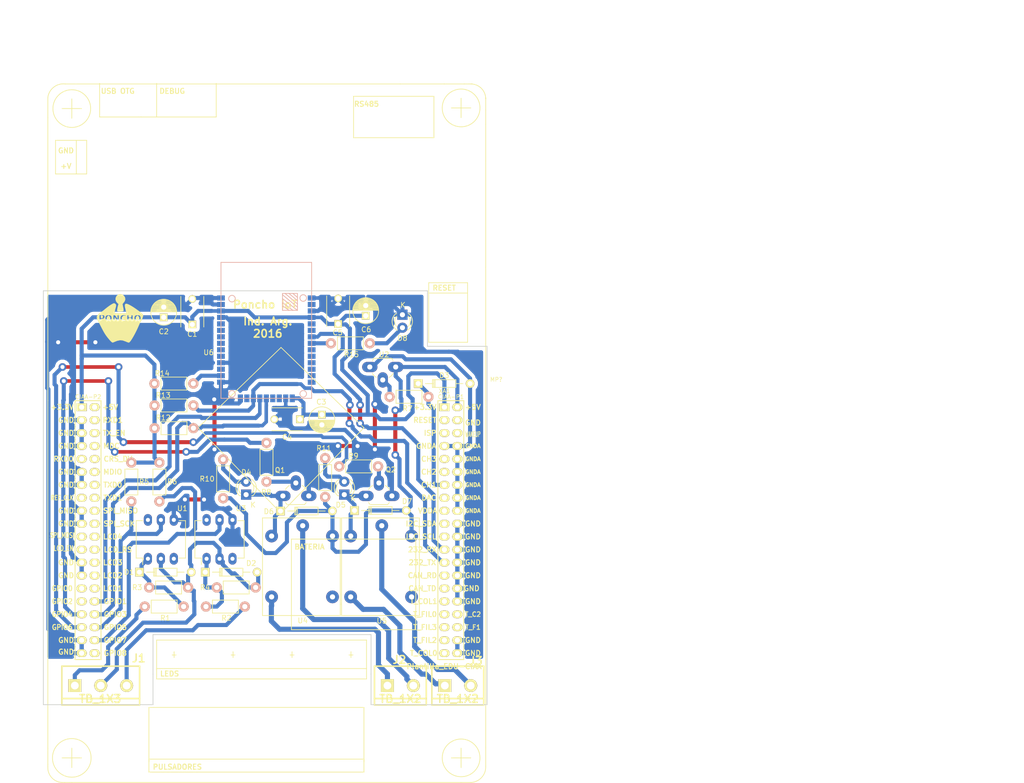
<source format=kicad_pcb>
(kicad_pcb (version 4) (host pcbnew 4.0.4-stable)
  (title_block (title "Poncho EDU-CIAA-NXP IoT") (date 2016-11-17) (rev 2) (company "Ernesto Gigliotti") (comment 1 "License: GPL3"))
  (layers (0 TOP signal) (31 BOTTOM signal) (34 B.Paste user) (35 F.Paste user) (36 B.SilkS user) (37 F.SilkS user) (38 B.Mask user) (39 F.Mask user) (44 Edge.Cuts user))
  (net 0 "")
  (net 1 +3V3)
  (net 2 GND)
  (net 3 "Net-(D1-Pad2)")
  (net 4 "Net-(D1-Pad1)")
  (net 5 "Net-(D2-Pad1)")
  (net 6 GNDA)
  (net 7 /ConectoresPoncho/ANALOG_IN)
  (net 8 "Net-(D4-Pad1)")
  (net 9 "Net-(D4-Pad2)")
  (net 10 "Net-(D5-Pad1)")
  (net 11 "Net-(D5-Pad2)")
  (net 12 +5V)
  (net 13 "Net-(D8-Pad2)")
  (net 14 "Net-(J1-Pad1)")
  (net 15 "Net-(J1-Pad3)")
  (net 16 "Net-(J2-Pad1)")
  (net 17 "Net-(J2-Pad2)")
  (net 18 "Net-(J3-Pad1)")
  (net 19 "Net-(J3-Pad2)")
  (net 20 "Net-(Q1-Pad2)")
  (net 21 "Net-(Q2-Pad2)")
  (net 22 /gpios/IN0)
  (net 23 /gpios/IN1)
  (net 24 "Net-(R7-Pad2)")
  (net 25 /gpios/OUT0)
  (net 26 /gpios/OUT1)
  (net 27 /ConectoresPoncho/MODULE_RESET)
  (net 28 /ConectoresPoncho/TXD_EDUCIAA)
  (net 29 "Net-(R14-Pad2)")
  (net 30 "Net-(R15-Pad2)")
  (net 31 "Net-(U1-Pad6)")
  (net 32 "Net-(U3-Pad6)")
  (net 33 "Net-(U4-Pad5)")
  (net 34 "Net-(U5-Pad5)")
  (net 35 "Net-(U6-Pad14)")
  (net 36 "Net-(U6-Pad13)")
  (net 37 "Net-(U6-Pad12)")
  (net 38 "Net-(U6-Pad11)")
  (net 39 "Net-(U6-Pad10)")
  (net 40 "Net-(U6-Pad9)")
  (net 41 "Net-(U6-Pad6)")
  (net 42 /ConectoresPoncho/RXD_EDUCIAA)
  (net 43 "Net-(U6-Pad5)")
  (net 44 "Net-(U6-Pad2)")
  (net 45 "Net-(U6-Pad26)")
  (net 46 "Net-(U6-Pad28)")
  (net 47 "Net-(U6-Pad29)")
  (net 48 "Net-(U6-Pad30)")
  (net 49 "Net-(U6-Pad31)")
  (net 50 "Net-(U6-Pad32)")
  (net 51 "Net-(U6-Pad33)")
  (net 52 "Net-(U6-Pad17)")
  (net 53 "Net-(U6-Pad18)")
  (net 54 /comm/CMD_CTRL)
  (net 55 "Net-(U6-Pad22)")
  (net 56 "Net-(XA1-Pad11)")
  (net 57 "Net-(XA1-Pad6)")
  (net 58 "Net-(XA1-Pad15)")
  (net 59 "Net-(XA1-Pad17)")
  (net 60 "Net-(XA1-Pad19)")
  (net 61 "Net-(XA1-Pad21)")
  (net 62 "Net-(XA1-Pad27)")
  (net 63 "Net-(XA1-Pad29)")
  (net 64 "Net-(XA1-Pad31)")
  (net 65 "Net-(XA1-Pad33)")
  (net 66 "Net-(XA1-Pad34)")
  (net 67 "Net-(XA1-Pad36)")
  (net 68 "Net-(XA1-Pad35)")
  (net 69 "Net-(XA1-Pad37)")
  (net 70 "Net-(XA1-Pad3)")
  (net 71 "Net-(XA1-Pad5)")
  (net 72 "Net-(XA1-Pad9)")
  (net 73 "Net-(XA1-Pad39)")
  (net 74 "Net-(XA1-Pad44)")
  (net 75 "Net-(XA1-Pad46)")
  (net 76 "Net-(XA1-Pad48)")
  (net 77 "Net-(XA1-Pad49)")
  (net 78 "Net-(XA1-Pad50)")
  (net 79 "Net-(XA1-Pad52)")
  (net 80 "Net-(XA1-Pad54)")
  (net 81 "Net-(XA1-Pad55)")
  (net 82 "Net-(XA1-Pad56)")
  (net 83 "Net-(XA1-Pad58)")
  (net 84 "Net-(XA1-Pad60)")
  (net 85 "Net-(XA1-Pad61)")
  (net 86 "Net-(XA1-Pad62)")
  (net 87 "Net-(XA1-Pad63)")
  (net 88 "Net-(XA1-Pad64)")
  (net 89 "Net-(XA1-Pad66)")
  (net 90 "Net-(XA1-Pad68)")
  (net 91 "Net-(XA1-Pad70)")
  (net 92 "Net-(XA1-Pad80)")
  (net 93 "Net-(XA1-Pad69)")
  (net 94 "Net-(XA1-Pad71)")
  (net 95 "Net-(XA1-Pad4)")
  (net 96 "Net-(XA1-Pad42)")
  (module Conn_Poncho_Mediano (layer TOP) (at 167.130001 95.635001)
    (fp_text reference XA1 (at 0 -3.175) (layer F.SilkS) (effects (font (size 0.8 0.8) (thickness 0.12))))
    (fp_text value Conn_Poncho2P_2x_20x2 hide)
    (fp_text user GPIO8 (at -64.516 48.26) (layer F.SilkS) (effects (font (thickness 0.2))))
    (fp_text user GPIO7 (at -64.516 45.72) (layer F.SilkS) (effects (font (thickness 0.2))))
    (fp_text user GPIO5 (at -64.516 43.18) (layer F.SilkS) (effects (font (thickness 0.2))))
    (fp_text user GPIO3 (at -64.516 40.64) (layer F.SilkS) (effects (font (thickness 0.2))))
    (fp_text user GPIO1 (at -64.516 38.1) (layer F.SilkS) (effects (font (thickness 0.2))))
    (fp_text user LCD1 (at -65.024 35.56) (layer F.SilkS) (effects (font (thickness 0.2))))
    (fp_text user LCD2 (at -65.024 33.02) (layer F.SilkS) (effects (font (thickness 0.2))))
    (fp_text user LCD3 (at -65.024 30.48) (layer F.SilkS) (effects (font (thickness 0.2))))
    (fp_text user LCD_RS (at -64.008 27.94) (layer F.SilkS) (effects (font (thickness 0.2))))
    (fp_text user LCD4 (at -65.024 25.4) (layer F.SilkS) (effects (font (thickness 0.2))))
    (fp_text user SPI_SCK (at -63.754 22.86) (layer F.SilkS) (effects (font (thickness 0.2))))
    (fp_text user SPI_MISO (at -63.5 20.32) (layer F.SilkS) (effects (font (thickness 0.2))))
    (fp_text user TXD1 (at -65.024 17.78) (layer F.SilkS) (effects (font (thickness 0.2))))
    (fp_text user TXD0 (at -65.024 15.24) (layer F.SilkS) (effects (font (thickness 0.2))))
    (fp_text user MDIO (at -65.024 12.7) (layer F.SilkS) (effects (font (thickness 0.2))))
    (fp_text user CRS_DV (at -64.008 10.16) (layer F.SilkS) (effects (font (thickness 0.2))))
    (fp_text user MDC (at -65.278 7.62) (layer F.SilkS) (effects (font (thickness 0.2))))
    (fp_text user TX_EN (at -64.77 5.08) (layer F.SilkS) (effects (font (thickness 0.2))))
    (fp_text user RXD1 (at -65.024 2.54) (layer F.SilkS) (effects (font (thickness 0.2))))
    (fp_text user +5V (at -65.532 0) (layer F.SilkS) (effects (font (thickness 0.2))))
    (fp_text user GND (at -74.168 48.006) (layer F.SilkS) (effects (font (thickness 0.2))))
    (fp_text user GND (at -74.168 45.72) (layer F.SilkS) (effects (font (thickness 0.2))))
    (fp_text user GPIO6 (at -74.93 43.18) (layer F.SilkS) (effects (font (size 1 0.9) (thickness 0.2))))
    (fp_text user GPIO4 (at -74.93 40.64) (layer F.SilkS) (effects (font (size 1 0.9) (thickness 0.2))))
    (fp_text user GPIO2 (at -74.93 38.1) (layer F.SilkS) (effects (font (size 1 0.9) (thickness 0.2))))
    (fp_text user GPIO0 (at -74.93 35.56) (layer F.SilkS) (effects (font (size 1 0.9) (thickness 0.2))))
    (fp_text user GND (at -74.168 33.02) (layer F.SilkS) (effects (font (thickness 0.2))))
    (fp_text user GND (at -74.168 30.48) (layer F.SilkS) (effects (font (thickness 0.2))))
    (fp_text user LCD_EN (at -74.676 27.686) (layer F.SilkS) (effects (font (size 1 0.7) (thickness 0.17))))
    (fp_text user SPI_MOSI (at -74.93 25.146) (layer F.SilkS) (effects (font (size 1 0.7) (thickness 0.17))))
    (fp_text user GND (at -74.168 22.86) (layer F.SilkS) (effects (font (thickness 0.2))))
    (fp_text user GND (at -74.168 20.32) (layer F.SilkS) (effects (font (thickness 0.2))))
    (fp_text user REF_CLK (at -74.93 17.78) (layer F.SilkS) (effects (font (size 0.9 0.7) (thickness 0.175))))
    (fp_text user GND (at -74.168 15.24) (layer F.SilkS) (effects (font (thickness 0.2))))
    (fp_text user GND (at -74.168 12.7) (layer F.SilkS) (effects (font (thickness 0.2))))
    (fp_text user GND (at -74.168 7.62) (layer F.SilkS) (effects (font (thickness 0.2))))
    (fp_text user RXD0 (at -74.676 10.16) (layer F.SilkS) (effects (font (thickness 0.2))))
    (fp_text user GND (at -74.168 5.08) (layer F.SilkS) (effects (font (thickness 0.2))))
    (fp_text user GND (at -74.168 2.54) (layer F.SilkS) (effects (font (thickness 0.2))))
    (fp_text user +3.3V (at -74.93 0) (layer F.SilkS) (effects (font (thickness 0.2))))
    (fp_text user GND (at 5.588 48.26) (layer F.SilkS) (effects (font (thickness 0.2))))
    (fp_text user GND (at 5.588 45.72) (layer F.SilkS) (effects (font (thickness 0.2))))
    (fp_text user T_F1 (at 5.588 43.18) (layer F.SilkS) (effects (font (size 0.9 0.9) (thickness 0.18))))
    (fp_text user T_C2 (at 5.588 40.64) (layer F.SilkS) (effects (font (size 0.9 0.9) (thickness 0.18))))
    (fp_text user GND (at 5.588 38.1) (layer F.SilkS) (effects (font (thickness 0.2))))
    (fp_text user GND (at 5.334 35.56) (layer F.SilkS) (effects (font (thickness 0.2))))
    (fp_text user GND (at 5.588 33.02) (layer F.SilkS) (effects (font (thickness 0.2))))
    (fp_text user GND (at 5.588 30.48) (layer F.SilkS) (effects (font (thickness 0.2))))
    (fp_text user GND (at 5.588 27.94) (layer F.SilkS) (effects (font (thickness 0.2))))
    (fp_text user GND (at 5.588 25.4) (layer F.SilkS) (effects (font (thickness 0.2))))
    (fp_text user GND (at 5.588 22.86) (layer F.SilkS) (effects (font (thickness 0.2))))
    (fp_text user GNDA (at 5.588 20.32) (layer F.SilkS) (effects (font (size 0.76 0.76) (thickness 0.19))))
    (fp_text user GNDA (at 5.588 17.78) (layer F.SilkS) (effects (font (size 0.76 0.76) (thickness 0.19))))
    (fp_text user GNDA (at 5.588 15.24) (layer F.SilkS) (effects (font (size 0.76 0.76) (thickness 0.19))))
    (fp_text user GNDA (at 5.588 12.7) (layer F.SilkS) (effects (font (size 0.76 0.76) (thickness 0.19))))
    (fp_text user GNDA (at 5.588 10.16) (layer F.SilkS) (effects (font (size 0.76 0.76) (thickness 0.19))))
    (fp_text user GNDA (at 5.588 7.62) (layer F.SilkS) (effects (font (size 0.76 0.76) (thickness 0.19))))
    (fp_text user WAKEUP (at 5.588 5.334) (layer F.SilkS) (effects (font (size 1 0.5) (thickness 0.125))))
    (fp_text user GND (at 5.588 3.048) (layer F.SilkS) (effects (font (thickness 0.2))))
    (fp_text user +5V (at 5.588 0) (layer F.SilkS) (effects (font (thickness 0.2))))
    (fp_text user T_COL0 (at -4.064 48.26) (layer F.SilkS) (effects (font (thickness 0.2))))
    (fp_text user T_FIL2 (at -3.81 45.72) (layer F.SilkS) (effects (font (thickness 0.2))))
    (fp_text user T_FIL3 (at -3.81 43.18) (layer F.SilkS) (effects (font (thickness 0.2))))
    (fp_text user T_FIL0 (at -3.81 40.64) (layer F.SilkS) (effects (font (thickness 0.2))))
    (fp_text user T_COL1 (at -4.064 38.1) (layer F.SilkS) (effects (font (thickness 0.2))))
    (fp_text user CAN_TD (at -4.318 35.56) (layer F.SilkS) (effects (font (thickness 0.2))))
    (fp_text user CAN_RD (at -4.318 33.02) (layer F.SilkS) (effects (font (thickness 0.2))))
    (fp_text user 232_TX (at -4.318 30.48) (layer F.SilkS) (effects (font (thickness 0.2))))
    (fp_text user 232_RX (at -4.318 27.94) (layer F.SilkS) (effects (font (thickness 0.2))))
    (fp_text user I2C_SCL (at -4.572 25.4) (layer F.SilkS) (effects (font (thickness 0.2))))
    (fp_text user I2C_SDA (at -4.572 22.86) (layer F.SilkS) (effects (font (thickness 0.2))))
    (fp_text user VDDA (at -3.302 20.32) (layer F.SilkS) (effects (font (thickness 0.2))))
    (fp_text user DAC (at -3.048 17.78) (layer F.SilkS) (effects (font (thickness 0.2))))
    (fp_text user CH1 (at -3.048 15.24) (layer F.SilkS) (effects (font (thickness 0.2))))
    (fp_text user CH2 (at -3.048 12.7) (layer F.SilkS) (effects (font (thickness 0.2))))
    (fp_text user CH3 (at -3.048 10.16) (layer F.SilkS) (effects (font (thickness 0.2))))
    (fp_text user GNDA (at -3.556 7.62) (layer F.SilkS) (effects (font (thickness 0.2))))
    (fp_text user ISP (at -2.794 5.08) (layer F.SilkS) (effects (font (thickness 0.2))))
    (fp_text user RESET (at -3.81 2.54) (layer F.SilkS) (effects (font (thickness 0.2))))
    (fp_text user CIAA-P2 (at -69.85 -2.032) (layer F.SilkS) (effects (font (size 0.8 0.8) (thickness 0.12))))
    (fp_text user CIAA-P1 (at 1.27 -2.032) (layer F.SilkS) (effects (font (size 0.8 0.8) (thickness 0.12))))
    (fp_text user +3.3V (at -3.81 0) (layer F.SilkS) (effects (font (thickness 0.2))))
    (pad 1 thru_hole rect (at 0 0 270) (size 1.524 2) (drill 1.016) (layers *.Cu *.Mask F.SilkS) (net 1 +3V3))
    (pad 2 thru_hole oval (at 2.54 0 270) (size 1.524 2) (drill 1.016) (layers *.Cu *.Mask F.SilkS) (net 12 +5V))
    (pad 11 thru_hole oval (at 0 12.7 270) (size 1.524 2) (drill 1.016) (layers *.Cu *.Mask F.SilkS) (net 56 "Net-(XA1-Pad11)"))
    (pad 4 thru_hole oval (at 2.54 2.54 270) (size 1.524 2) (drill 1.016) (layers *.Cu *.Mask F.SilkS) (net 95 "Net-(XA1-Pad4)"))
    (pad 13 thru_hole oval (at 0 15.24 270) (size 1.524 2) (drill 1.016) (layers *.Cu *.Mask F.SilkS) (net 7 /ConectoresPoncho/ANALOG_IN))
    (pad 6 thru_hole oval (at 2.54 5.08 270) (size 1.524 2) (drill 1.016) (layers *.Cu *.Mask F.SilkS) (net 57 "Net-(XA1-Pad6)"))
    (pad 15 thru_hole oval (at 0 17.78 270) (size 1.524 2) (drill 1.016) (layers *.Cu *.Mask F.SilkS) (net 58 "Net-(XA1-Pad15)"))
    (pad 8 thru_hole oval (at 2.54 7.62 270) (size 1.524 2) (drill 1.016) (layers *.Cu *.Mask F.SilkS) (net 6 GNDA))
    (pad 17 thru_hole oval (at 0 20.32 270) (size 1.524 2) (drill 1.016) (layers *.Cu *.Mask F.SilkS) (net 59 "Net-(XA1-Pad17)"))
    (pad 10 thru_hole oval (at 2.54 10.16 270) (size 1.524 2) (drill 1.016) (layers *.Cu *.Mask F.SilkS) (net 6 GNDA))
    (pad 19 thru_hole oval (at 0 22.86 270) (size 1.524 2) (drill 1.016) (layers *.Cu *.Mask F.SilkS) (net 60 "Net-(XA1-Pad19)"))
    (pad 12 thru_hole oval (at 2.54 12.7 270) (size 1.524 2) (drill 1.016) (layers *.Cu *.Mask F.SilkS) (net 6 GNDA))
    (pad 21 thru_hole oval (at 0 25.4 270) (size 1.524 2) (drill 1.016) (layers *.Cu *.Mask F.SilkS) (net 61 "Net-(XA1-Pad21)"))
    (pad 14 thru_hole oval (at 2.54 15.24 270) (size 1.524 2) (drill 1.016) (layers *.Cu *.Mask F.SilkS) (net 6 GNDA))
    (pad 23 thru_hole oval (at 0 27.94 270) (size 1.524 2) (drill 1.016) (layers *.Cu *.Mask F.SilkS) (net 42 /ConectoresPoncho/RXD_EDUCIAA))
    (pad 16 thru_hole oval (at 2.54 17.78 270) (size 1.524 2) (drill 1.016) (layers *.Cu *.Mask F.SilkS) (net 6 GNDA))
    (pad 25 thru_hole oval (at 0 30.48 270) (size 1.524 2) (drill 1.016) (layers *.Cu *.Mask F.SilkS) (net 28 /ConectoresPoncho/TXD_EDUCIAA))
    (pad 18 thru_hole oval (at 2.54 20.32 270) (size 1.524 2) (drill 1.016) (layers *.Cu *.Mask F.SilkS) (net 6 GNDA))
    (pad 27 thru_hole oval (at 0 33.02 270) (size 1.524 2) (drill 1.016) (layers *.Cu *.Mask F.SilkS) (net 62 "Net-(XA1-Pad27)"))
    (pad 20 thru_hole oval (at 2.54 22.86 270) (size 1.524 2) (drill 1.016) (layers *.Cu *.Mask F.SilkS) (net 2 GND))
    (pad 29 thru_hole oval (at 0 35.56 270) (size 1.524 2) (drill 1.016) (layers *.Cu *.Mask F.SilkS) (net 63 "Net-(XA1-Pad29)"))
    (pad 22 thru_hole oval (at 2.54 25.4 270) (size 1.524 2) (drill 1.016) (layers *.Cu *.Mask F.SilkS) (net 2 GND))
    (pad 31 thru_hole oval (at 0 38.1 270) (size 1.524 2) (drill 1.016) (layers *.Cu *.Mask F.SilkS) (net 64 "Net-(XA1-Pad31)"))
    (pad 24 thru_hole oval (at 2.54 27.94 270) (size 1.524 2) (drill 1.016) (layers *.Cu *.Mask F.SilkS) (net 2 GND))
    (pad 26 thru_hole oval (at 2.54 30.48 270) (size 1.524 2) (drill 1.016) (layers *.Cu *.Mask F.SilkS) (net 2 GND))
    (pad 33 thru_hole oval (at 0 40.64 270) (size 1.524 2) (drill 1.016) (layers *.Cu *.Mask F.SilkS) (net 65 "Net-(XA1-Pad33)"))
    (pad 28 thru_hole oval (at 2.54 33.02 270) (size 1.524 2) (drill 1.016) (layers *.Cu *.Mask F.SilkS) (net 2 GND))
    (pad 32 thru_hole oval (at 2.54 38.1 270) (size 1.524 2) (drill 1.016) (layers *.Cu *.Mask F.SilkS) (net 2 GND))
    (pad 34 thru_hole oval (at 2.54 40.64 270) (size 1.524 2) (drill 1.016) (layers *.Cu *.Mask F.SilkS) (net 66 "Net-(XA1-Pad34)"))
    (pad 36 thru_hole oval (at 2.54 43.18 270) (size 1.524 2) (drill 1.016) (layers *.Cu *.Mask F.SilkS) (net 67 "Net-(XA1-Pad36)"))
    (pad 38 thru_hole oval (at 2.54 45.72 270) (size 1.524 2) (drill 1.016) (layers *.Cu *.Mask F.SilkS) (net 2 GND))
    (pad 35 thru_hole oval (at 0 43.18 270) (size 1.524 2) (drill 1.016) (layers *.Cu *.Mask F.SilkS) (net 68 "Net-(XA1-Pad35)"))
    (pad 37 thru_hole oval (at 0 45.72 270) (size 1.524 2) (drill 1.016) (layers *.Cu *.Mask F.SilkS) (net 69 "Net-(XA1-Pad37)"))
    (pad 3 thru_hole oval (at 0 2.54 270) (size 1.524 2) (drill 1.016) (layers *.Cu *.Mask F.SilkS) (net 70 "Net-(XA1-Pad3)"))
    (pad 5 thru_hole oval (at 0 5.08 270) (size 1.524 2) (drill 1.016) (layers *.Cu *.Mask F.SilkS) (net 71 "Net-(XA1-Pad5)"))
    (pad 7 thru_hole oval (at 0 7.62 270) (size 1.524 2) (drill 1.016) (layers *.Cu *.Mask F.SilkS) (net 6 GNDA))
    (pad 9 thru_hole oval (at 0 10.16 270) (size 1.524 2) (drill 1.016) (layers *.Cu *.Mask F.SilkS) (net 72 "Net-(XA1-Pad9)"))
    (pad 39 thru_hole oval (at 0 48.26 270) (size 1.524 2) (drill 1.016) (layers *.Cu *.Mask F.SilkS) (net 73 "Net-(XA1-Pad39)"))
    (pad 40 thru_hole oval (at 2.54 48.26 270) (size 1.524 2) (drill 1.016) (layers *.Cu *.Mask F.SilkS) (net 2 GND))
    (pad 30 thru_hole oval (at 2.54 35.56 270) (size 1.524 2) (drill 1.016) (layers *.Cu *.Mask F.SilkS) (net 2 GND))
    (pad 41 thru_hole rect (at -71.12 0 270) (size 1.524 2) (drill 1.016) (layers *.Cu *.Mask F.SilkS) (net 1 +3V3))
    (pad 42 thru_hole oval (at -68.58 0 270) (size 1.524 2) (drill 1.016) (layers *.Cu *.Mask F.SilkS) (net 96 "Net-(XA1-Pad42)"))
    (pad 43 thru_hole oval (at -71.12 2.54 270) (size 1.524 2) (drill 1.016) (layers *.Cu *.Mask F.SilkS) (net 2 GND))
    (pad 44 thru_hole oval (at -68.58 2.54 270) (size 1.524 2) (drill 1.016) (layers *.Cu *.Mask F.SilkS) (net 74 "Net-(XA1-Pad44)"))
    (pad 45 thru_hole oval (at -71.12 5.08 270) (size 1.524 2) (drill 1.016) (layers *.Cu *.Mask F.SilkS) (net 2 GND))
    (pad 46 thru_hole oval (at -68.58 5.08 270) (size 1.524 2) (drill 1.016) (layers *.Cu *.Mask F.SilkS) (net 75 "Net-(XA1-Pad46)"))
    (pad 47 thru_hole oval (at -71.12 7.62 270) (size 1.524 2) (drill 1.016) (layers *.Cu *.Mask F.SilkS) (net 2 GND))
    (pad 48 thru_hole oval (at -68.58 7.62 270) (size 1.524 2) (drill 1.016) (layers *.Cu *.Mask F.SilkS) (net 76 "Net-(XA1-Pad48)"))
    (pad 49 thru_hole oval (at -71.12 10.16 270) (size 1.524 2) (drill 1.016) (layers *.Cu *.Mask F.SilkS) (net 77 "Net-(XA1-Pad49)"))
    (pad 50 thru_hole oval (at -68.58 10.16 270) (size 1.524 2) (drill 1.016) (layers *.Cu *.Mask F.SilkS) (net 78 "Net-(XA1-Pad50)"))
    (pad 51 thru_hole oval (at -71.12 12.7 270) (size 1.524 2) (drill 1.016) (layers *.Cu *.Mask F.SilkS) (net 2 GND))
    (pad 52 thru_hole oval (at -68.58 12.7 270) (size 1.524 2) (drill 1.016) (layers *.Cu *.Mask F.SilkS) (net 79 "Net-(XA1-Pad52)"))
    (pad 53 thru_hole oval (at -71.12 15.24 270) (size 1.524 2) (drill 1.016) (layers *.Cu *.Mask F.SilkS) (net 2 GND))
    (pad 54 thru_hole oval (at -68.58 15.24 270) (size 1.524 2) (drill 1.016) (layers *.Cu *.Mask F.SilkS) (net 80 "Net-(XA1-Pad54)"))
    (pad 55 thru_hole oval (at -71.12 17.78 270) (size 1.524 2) (drill 1.016) (layers *.Cu *.Mask F.SilkS) (net 81 "Net-(XA1-Pad55)"))
    (pad 56 thru_hole oval (at -68.58 17.78 270) (size 1.524 2) (drill 1.016) (layers *.Cu *.Mask F.SilkS) (net 82 "Net-(XA1-Pad56)"))
    (pad 57 thru_hole oval (at -71.12 20.32 270) (size 1.524 2) (drill 1.016) (layers *.Cu *.Mask F.SilkS) (net 2 GND))
    (pad 58 thru_hole oval (at -68.58 20.32 270) (size 1.524 2) (drill 1.016) (layers *.Cu *.Mask F.SilkS) (net 83 "Net-(XA1-Pad58)"))
    (pad 59 thru_hole oval (at -71.12 22.86 270) (size 1.524 2) (drill 1.016) (layers *.Cu *.Mask F.SilkS) (net 2 GND))
    (pad 60 thru_hole oval (at -68.58 22.86 270) (size 1.524 2) (drill 1.016) (layers *.Cu *.Mask F.SilkS) (net 84 "Net-(XA1-Pad60)"))
    (pad 61 thru_hole oval (at -71.12 25.4 270) (size 1.524 2) (drill 1.016) (layers *.Cu *.Mask F.SilkS) (net 85 "Net-(XA1-Pad61)"))
    (pad 62 thru_hole oval (at -68.58 25.4 270) (size 1.524 2) (drill 1.016) (layers *.Cu *.Mask F.SilkS) (net 86 "Net-(XA1-Pad62)"))
    (pad 63 thru_hole oval (at -71.12 27.94 270) (size 1.524 2) (drill 1.016) (layers *.Cu *.Mask F.SilkS) (net 87 "Net-(XA1-Pad63)"))
    (pad 64 thru_hole oval (at -68.58 27.94 270) (size 1.524 2) (drill 1.016) (layers *.Cu *.Mask F.SilkS) (net 88 "Net-(XA1-Pad64)"))
    (pad 65 thru_hole oval (at -71.12 30.48 270) (size 1.524 2) (drill 1.016) (layers *.Cu *.Mask F.SilkS) (net 2 GND))
    (pad 66 thru_hole oval (at -68.58 30.48 270) (size 1.524 2) (drill 1.016) (layers *.Cu *.Mask F.SilkS) (net 89 "Net-(XA1-Pad66)"))
    (pad 67 thru_hole oval (at -71.12 33.02 270) (size 1.524 2) (drill 1.016) (layers *.Cu *.Mask F.SilkS) (net 2 GND))
    (pad 68 thru_hole oval (at -68.58 33.02 270) (size 1.524 2) (drill 1.016) (layers *.Cu *.Mask F.SilkS) (net 90 "Net-(XA1-Pad68)"))
    (pad 69 thru_hole oval (at -71.12 35.56 270) (size 1.524 2) (drill 1.016) (layers *.Cu *.Mask F.SilkS) (net 93 "Net-(XA1-Pad69)"))
    (pad 70 thru_hole oval (at -68.58 35.56 270) (size 1.524 2) (drill 1.016) (layers *.Cu *.Mask F.SilkS) (net 91 "Net-(XA1-Pad70)"))
    (pad 71 thru_hole oval (at -71.12 38.1 270) (size 1.524 2) (drill 1.016) (layers *.Cu *.Mask F.SilkS) (net 94 "Net-(XA1-Pad71)"))
    (pad 72 thru_hole oval (at -68.58 38.1 270) (size 1.524 2) (drill 1.016) (layers *.Cu *.Mask F.SilkS) (net 54 /comm/CMD_CTRL))
    (pad 73 thru_hole oval (at -71.12 40.64 270) (size 1.524 2) (drill 1.016) (layers *.Cu *.Mask F.SilkS) (net 25 /gpios/OUT0))
    (pad 74 thru_hole oval (at -68.58 40.64 270) (size 1.524 2) (drill 1.016) (layers *.Cu *.Mask F.SilkS) (net 27 /ConectoresPoncho/MODULE_RESET))
    (pad 75 thru_hole oval (at -71.12 43.18 270) (size 1.524 2) (drill 1.016) (layers *.Cu *.Mask F.SilkS) (net 26 /gpios/OUT1))
    (pad 76 thru_hole oval (at -68.58 43.18 270) (size 1.524 2) (drill 1.016) (layers *.Cu *.Mask F.SilkS) (net 22 /gpios/IN0))
    (pad 77 thru_hole oval (at -71.12 45.72 270) (size 1.524 2) (drill 1.016) (layers *.Cu *.Mask F.SilkS) (net 2 GND))
    (pad 78 thru_hole oval (at -68.58 45.72 270) (size 1.524 2) (drill 1.016) (layers *.Cu *.Mask F.SilkS) (net 23 /gpios/IN1))
    (pad 79 thru_hole oval (at -71.12 48.26 270) (size 1.524 2) (drill 1.016) (layers *.Cu *.Mask F.SilkS) (net 2 GND))
    (pad 80 thru_hole oval (at -68.58 48.26 270) (size 1.524 2) (drill 1.016) (layers *.Cu *.Mask F.SilkS) (net 92 "Net-(XA1-Pad80)"))
  )
  (module ponchoeduciaaiot:Relay5vSI (layer TOP) (at 154.846 126.5)
    (fp_text reference U5 (at 0 11.05) (layer F.SilkS))
    (fp_text value RELAY)
    (pad 1 thru_hole circle (at -6.096 -5.588) (size 2.5 2.5) (drill 1.016) (layers *.Cu *.Mask) (net 10 "Net-(D5-Pad1)"))
    (pad 3 thru_hole circle (at 0 -7.62) (size 2.5 2.5) (drill 1.016) (layers *.Cu *.Mask) (net 19 "Net-(J3-Pad2)"))
    (pad 2 thru_hole circle (at 5.842 -5.588) (size 2.5 2.5) (drill 1.016) (layers *.Cu *.Mask) (net 12 +5V))
    (pad 4 thru_hole circle (at -6.096 6.35) (size 2.5 2.5) (drill 1.016) (layers *.Cu *.Mask) (net 18 "Net-(J3-Pad1)"))
    (pad 5 thru_hole circle (at 5.842 6.35) (size 2.5 2.5) (drill 1.016) (layers *.Cu *.Mask) (net 34 "Net-(U5-Pad5)"))
  )
  (module ponchoeduciaaiot:Relay5vSI (layer TOP) (at 139.346 126.5)
    (fp_text reference U4 (at 0 11) (layer F.SilkS))
    (fp_text value RELAY)
    (pad 1 thru_hole circle (at -6.096 -5.588) (size 2.5 2.5) (drill 1.016) (layers *.Cu *.Mask) (net 8 "Net-(D4-Pad1)"))
    (pad 3 thru_hole circle (at 0 -7.62) (size 2.5 2.5) (drill 1.016) (layers *.Cu *.Mask) (net 17 "Net-(J2-Pad2)"))
    (pad 2 thru_hole circle (at 5.842 -5.588) (size 2.5 2.5) (drill 1.016) (layers *.Cu *.Mask) (net 12 +5V))
    (pad 4 thru_hole circle (at -6.096 6.35) (size 2.5 2.5) (drill 1.016) (layers *.Cu *.Mask) (net 16 "Net-(J2-Pad1)"))
    (pad 5 thru_hole circle (at 5.842 6.35) (size 2.5 2.5) (drill 1.016) (layers *.Cu *.Mask) (net 33 "Net-(U4-Pad5)"))
  )
  (module Diodes_THT:Diode_DO-35_SOD27_Horizontal_RM10 (layer TOP) (at 135 116)
    (fp_text reference D6 (at -2.3 0.1) (layer F.SilkS))
    (fp_text value 1N4007)
    (pad 2 thru_hole circle (at 10.16052 -0.00254 180) (size 1.69926 1.69926) (drill 1) (layers *.Cu *.Mask F.SilkS) (net 12 +5V))
    (pad 1 thru_hole rect (at 0.00052 -0.00254 180) (size 1.69926 1.69926) (drill 1) (layers *.Cu *.Mask F.SilkS) (net 8 "Net-(D4-Pad1)"))
  )
  (module Diodes_THT:Diode_DO-35_SOD27_Horizontal_RM10 (layer TOP) (at 161.99948 91.00254)
    (fp_text reference D3 (at 5.10052 -1.60254) (layer F.SilkS))
    (fp_text value 1N4728A)
    (pad 2 thru_hole circle (at 10.16052 -0.00254 180) (size 1.69926 1.69926) (drill 1) (layers *.Cu *.Mask F.SilkS) (net 6 GNDA))
    (pad 1 thru_hole rect (at 0.00052 -0.00254 180) (size 1.69926 1.69926) (drill 1) (layers *.Cu *.Mask F.SilkS) (net 7 /ConectoresPoncho/ANALOG_IN))
  )
  (module Capacitors_THT:C_Disc_D6_P5 (layer TOP) (at 117.7 79.4 90)
    (fp_text reference C1 (at -1.9 0 360) (layer F.SilkS))
    (fp_text value 100nF)
    (pad 1 thru_hole rect (at 0 0 90) (size 1.5 1.5) (drill 1) (layers *.Cu *.Mask F.SilkS) (net 1 +3V3))
    (pad 2 thru_hole circle (at 5 0 90) (size 1.5 1.5) (drill 1) (layers *.Cu *.Mask F.SilkS) (net 2 GND))
  )
  (module Capacitors_THT:C_Radial_D5_L11_P2 (layer TOP) (at 112.1 78 90)
    (fp_text reference C2 (at -2.8 0 360) (layer F.SilkS))
    (fp_text value 2.2uF)
    (pad 1 thru_hole rect (at 0 0 90) (size 1.5 1.5) (drill 1) (layers *.Cu *.Mask F.SilkS) (net 1 +3V3))
    (pad 2 thru_hole circle (at 2 0 90) (size 1.5 1.5) (drill 1) (layers *.Cu *.Mask F.SilkS) (net 2 GND))
  )
  (module Capacitors_THT:C_Radial_D5_L11_P2 (layer TOP) (at 143.1 97.1 270)
    (fp_text reference C3 (at -2.5 0.1 360) (layer F.SilkS))
    (fp_text value 2.2uF)
    (pad 1 thru_hole rect (at 0 0 270) (size 1.5 1.5) (drill 1) (layers *.Cu *.Mask F.SilkS) (net 1 +3V3))
    (pad 2 thru_hole circle (at 2 0 270) (size 1.5 1.5) (drill 1) (layers *.Cu *.Mask F.SilkS) (net 2 GND))
  )
  (module Capacitors_THT:C_Disc_D6_P5 (layer TOP) (at 138.8 98 180)
    (fp_text reference C4 (at 2.5 -3.5 180) (layer F.SilkS))
    (fp_text value 100nF)
    (pad 1 thru_hole rect (at 0 0 180) (size 1.5 1.5) (drill 1) (layers *.Cu *.Mask F.SilkS) (net 1 +3V3))
    (pad 2 thru_hole circle (at 5 0 180) (size 1.5 1.5) (drill 1) (layers *.Cu *.Mask F.SilkS) (net 2 GND))
  )
  (module Capacitors_THT:C_Disc_D6_P5 (layer TOP) (at 146.3 79.3 90)
    (fp_text reference C5 (at -1.7 -0.1 180) (layer F.SilkS))
    (fp_text value 100nF)
    (pad 1 thru_hole rect (at 0 0 90) (size 1.5 1.5) (drill 1) (layers *.Cu *.Mask F.SilkS) (net 1 +3V3))
    (pad 2 thru_hole circle (at 5 0 90) (size 1.5 1.5) (drill 1) (layers *.Cu *.Mask F.SilkS) (net 2 GND))
  )
  (module Capacitors_THT:C_Radial_D5_L11_P2 (layer TOP) (at 151.7 77.7 90)
    (fp_text reference C6 (at -2.7 0.1 180) (layer F.SilkS))
    (fp_text value 2.2uF)
    (pad 1 thru_hole rect (at 0 0 90) (size 1.5 1.5) (drill 1) (layers *.Cu *.Mask F.SilkS) (net 1 +3V3))
    (pad 2 thru_hole circle (at 2 0 90) (size 1.5 1.5) (drill 1) (layers *.Cu *.Mask F.SilkS) (net 2 GND))
  )
  (module Diodes_THT:Diode_DO-35_SOD27_Horizontal_RM10 (layer TOP) (at 107.33948 128.00254)
    (fp_text reference D1 (at -2.03948 -0.00254) (layer F.SilkS))
    (fp_text value 1N4007)
    (pad 2 thru_hole circle (at 10.16052 -0.00254 180) (size 1.69926 1.69926) (drill 1) (layers *.Cu *.Mask F.SilkS) (net 3 "Net-(D1-Pad2)"))
    (pad 1 thru_hole rect (at 0.00052 -0.00254 180) (size 1.69926 1.69926) (drill 1) (layers *.Cu *.Mask F.SilkS) (net 4 "Net-(D1-Pad1)"))
  )
  (module Diodes_THT:Diode_DO-35_SOD27_Horizontal_RM10 (layer TOP) (at 120.24948 128.00254)
    (fp_text reference D2 (at 9.00052 -1.75254) (layer F.SilkS))
    (fp_text value 1N4007)
    (pad 2 thru_hole circle (at 10.16052 -0.00254 180) (size 1.69926 1.69926) (drill 1) (layers *.Cu *.Mask F.SilkS) (net 3 "Net-(D1-Pad2)"))
    (pad 1 thru_hole rect (at 0.00052 -0.00254 180) (size 1.69926 1.69926) (drill 1) (layers *.Cu *.Mask F.SilkS) (net 5 "Net-(D2-Pad1)"))
  )
  (module LEDs:LED-3MM (layer TOP) (at 128.25 112.79 90)
    (fp_text reference D4 (at 4.39 0.05 180) (layer F.SilkS))
    (fp_text value LED)
    (fp_text user K (at -2.01 1.35 180) (layer F.SilkS))
    (pad 1 thru_hole rect (at 0 0 180) (size 2 2) (drill 1) (layers *.Cu *.Mask) (net 8 "Net-(D4-Pad1)"))
    (pad 2 thru_hole circle (at 2.54 0 90) (size 2 2) (drill 1) (layers *.Cu *.Mask) (net 9 "Net-(D4-Pad2)"))
  )
  (module LEDs:LED-3MM (layer TOP) (at 147.5 112.79 90)
    (fp_text reference D5 (at -2.01 -0.7 180) (layer F.SilkS))
    (fp_text value LED)
    (fp_text user K (at -0.71 1.74 180) (layer F.SilkS))
    (pad 1 thru_hole rect (at 0 0 180) (size 2 2) (drill 1) (layers *.Cu *.Mask) (net 10 "Net-(D5-Pad1)"))
    (pad 2 thru_hole circle (at 2.54 0 90) (size 2 2) (drill 1) (layers *.Cu *.Mask) (net 11 "Net-(D5-Pad2)"))
  )
  (module Diodes_THT:Diode_DO-35_SOD27_Horizontal_RM10 (layer TOP) (at 149.49948 115.9)
    (fp_text reference D7 (at 10.30052 -1.8) (layer F.SilkS))
    (fp_text value 1N4007)
    (pad 2 thru_hole circle (at 10.16052 -0.00254 180) (size 1.69926 1.69926) (drill 1) (layers *.Cu *.Mask F.SilkS) (net 12 +5V))
    (pad 1 thru_hole rect (at 0.00052 -0.00254 180) (size 1.69926 1.69926) (drill 1) (layers *.Cu *.Mask F.SilkS) (net 10 "Net-(D5-Pad1)"))
  )
  (module LEDs:LED-3MM (layer TOP) (at 158.9 77.5 270)
    (fp_text reference D8 (at 4.6 0 360) (layer F.SilkS))
    (fp_text value LED)
    (fp_text user K (at -1.9 -0.1 360) (layer F.SilkS))
    (pad 1 thru_hole rect (at 0 0) (size 2 2) (drill 1) (layers *.Cu *.Mask) (net 2 GND))
    (pad 2 thru_hole circle (at 2.54 0 270) (size 2 2) (drill 1) (layers *.Cu *.Mask) (net 13 "Net-(D8-Pad2)"))
  )
  (module ponchoeduciaaiot:bornier3 (layer TOP) (at 99.75 150.25)
    (fp_text reference J1 (at 7.45 -5.35) (layer F.SilkS) (effects (font (thickness 0.3048))))
    (fp_text value TB_1X3 (at -0.1 2.6) (layer F.SilkS) (effects (font (thickness 0.3048))))
    (pad 1 thru_hole rect (at -5.08 0) (size 2.54 2.54) (drill 1.524) (layers *.Cu *.Mask F.SilkS) (net 14 "Net-(J1-Pad1)"))
    (pad 2 thru_hole circle (at 0 0) (size 2.54 2.54) (drill 1.524) (layers *.Cu *.Mask F.SilkS) (net 3 "Net-(D1-Pad2)"))
    (pad 3 thru_hole circle (at 5.08 0) (size 2.54 2.54) (drill 1.524) (layers *.Cu *.Mask F.SilkS) (net 15 "Net-(J1-Pad3)"))
  )
  (module ponchoeduciaaiot:bornier2 (layer TOP) (at 158.5 150.25)
    (fp_text reference J2 (at -0.2 -5.05) (layer F.SilkS) (effects (font (thickness 0.3048))))
    (fp_text value TB_1X2 (at 0 2.6) (layer F.SilkS) (effects (font (thickness 0.3048))))
    (pad 1 thru_hole rect (at -2.54 0) (size 2.54 2.54) (drill 1.524) (layers *.Cu *.Mask F.SilkS) (net 16 "Net-(J2-Pad1)"))
    (pad 2 thru_hole circle (at 2.54 0) (size 2.54 2.54) (drill 1.524) (layers *.Cu *.Mask F.SilkS) (net 17 "Net-(J2-Pad2)"))
  )
  (module ponchoeduciaaiot:bornier2 (layer TOP) (at 169.75 150.25)
    (fp_text reference J3 (at 3.55 -4.85) (layer F.SilkS) (effects (font (thickness 0.3048))))
    (fp_text value TB_1X2 (at 0 2.6) (layer F.SilkS) (effects (font (thickness 0.3048))))
    (pad 1 thru_hole rect (at -2.54 0) (size 2.54 2.54) (drill 1.524) (layers *.Cu *.Mask F.SilkS) (net 18 "Net-(J3-Pad1)"))
    (pad 2 thru_hole circle (at 2.54 0) (size 2.54 2.54) (drill 1.524) (layers *.Cu *.Mask F.SilkS) (net 19 "Net-(J3-Pad2)"))
  )
  (module Resistors_THT:Resistor_Horizontal_RM7mm (layer TOP) (at 116 134.75 180)
    (fp_text reference R1 (at 3.6 -2.25 180) (layer F.SilkS))
    (fp_text value 3.3k)
    (pad 1 thru_hole circle (at 0 0 180) (size 1.99898 1.99898) (drill 1) (layers *.Cu *.SilkS *.Mask) (net 4 "Net-(D1-Pad1)"))
    (pad 2 thru_hole circle (at 7.62 0 180) (size 1.99898 1.99898) (drill 1) (layers *.Cu *.SilkS *.Mask) (net 14 "Net-(J1-Pad1)"))
  )
  (module Resistors_THT:Resistor_Horizontal_RM7mm (layer TOP) (at 120.38 134.75)
    (fp_text reference R2 (at 4.02 2.25) (layer F.SilkS))
    (fp_text value 3.3k)
    (pad 1 thru_hole circle (at 0 0) (size 1.99898 1.99898) (drill 1) (layers *.Cu *.SilkS *.Mask) (net 5 "Net-(D2-Pad1)"))
    (pad 2 thru_hole circle (at 7.62 0) (size 1.99898 1.99898) (drill 1) (layers *.Cu *.SilkS *.Mask) (net 15 "Net-(J1-Pad3)"))
  )
  (module Resistors_THT:Resistor_Horizontal_RM7mm (layer TOP) (at 109.25 131)
    (fp_text reference R3 (at -2.35 0) (layer F.SilkS))
    (fp_text value 4.7k)
    (pad 1 thru_hole circle (at 0 0) (size 1.99898 1.99898) (drill 1) (layers *.Cu *.SilkS *.Mask) (net 4 "Net-(D1-Pad1)"))
    (pad 2 thru_hole circle (at 7.62 0) (size 1.99898 1.99898) (drill 1) (layers *.Cu *.SilkS *.Mask) (net 3 "Net-(D1-Pad2)"))
  )
  (module Resistors_THT:Resistor_Horizontal_RM7mm (layer TOP) (at 122.5 131)
    (fp_text reference R4 (at -2.3 0) (layer F.SilkS))
    (fp_text value 4.7k)
    (pad 1 thru_hole circle (at 0 0) (size 1.99898 1.99898) (drill 1) (layers *.Cu *.SilkS *.Mask) (net 5 "Net-(D2-Pad1)"))
    (pad 2 thru_hole circle (at 7.62 0) (size 1.99898 1.99898) (drill 1) (layers *.Cu *.SilkS *.Mask) (net 3 "Net-(D1-Pad2)"))
  )
  (module Resistors_THT:Resistor_Horizontal_RM7mm (layer TOP) (at 105.75 106.5 270)
    (fp_text reference R5 (at 3.75 -2.5 540) (layer F.SilkS))
    (fp_text value 10k)
    (pad 1 thru_hole circle (at 0 0 270) (size 1.99898 1.99898) (drill 1) (layers *.Cu *.SilkS *.Mask) (net 1 +3V3))
    (pad 2 thru_hole circle (at 7.62 0 270) (size 1.99898 1.99898) (drill 1) (layers *.Cu *.SilkS *.Mask) (net 22 /gpios/IN0))
  )
  (module Resistors_THT:Resistor_Horizontal_RM7mm (layer TOP) (at 111.25 106.5 270)
    (fp_text reference R6 (at 3.75 -2.5 360) (layer F.SilkS))
    (fp_text value 10k)
    (pad 1 thru_hole circle (at 0 0 270) (size 1.99898 1.99898) (drill 1) (layers *.Cu *.SilkS *.Mask) (net 1 +3V3))
    (pad 2 thru_hole circle (at 7.62 0 270) (size 1.99898 1.99898) (drill 1) (layers *.Cu *.SilkS *.Mask) (net 23 /gpios/IN1))
  )
  (module Resistors_THT:Resistor_Horizontal_RM7mm (layer TOP) (at 164 93.6 180)
    (fp_text reference R7 (at 4.1 -2.3 180) (layer F.SilkS))
    (fp_text value 150)
    (pad 1 thru_hole circle (at 0 0 180) (size 1.99898 1.99898) (drill 1) (layers *.Cu *.SilkS *.Mask) (net 7 /ConectoresPoncho/ANALOG_IN))
    (pad 2 thru_hole circle (at 7.62 0 180) (size 1.99898 1.99898) (drill 1) (layers *.Cu *.SilkS *.Mask) (net 24 "Net-(R7-Pad2)"))
  )
  (module Resistors_THT:Resistor_Horizontal_RM7mm (layer TOP) (at 132.25 110.25 90)
    (fp_text reference R8 (at -2.05 -0.05 180) (layer F.SilkS))
    (fp_text value 10k)
    (pad 1 thru_hole circle (at 0 0 90) (size 1.99898 1.99898) (drill 1) (layers *.Cu *.SilkS *.Mask) (net 20 "Net-(Q1-Pad2)"))
    (pad 2 thru_hole circle (at 7.62 0 90) (size 1.99898 1.99898) (drill 1) (layers *.Cu *.SilkS *.Mask) (net 25 /gpios/OUT0))
  )
  (module Resistors_THT:Resistor_Horizontal_RM7mm (layer TOP) (at 154.12 107.25 180)
    (fp_text reference R9 (at 4.82 2.05 180) (layer F.SilkS))
    (fp_text value 10k)
    (pad 1 thru_hole circle (at 0 0 180) (size 1.99898 1.99898) (drill 1) (layers *.Cu *.SilkS *.Mask) (net 21 "Net-(Q2-Pad2)"))
    (pad 2 thru_hole circle (at 7.62 0 180) (size 1.99898 1.99898) (drill 1) (layers *.Cu *.SilkS *.Mask) (net 26 /gpios/OUT1))
  )
  (module Resistors_THT:Resistor_Horizontal_RM7mm (layer TOP) (at 123.75 113.5 90)
    (fp_text reference R10 (at 3.8 -3.15 180) (layer F.SilkS))
    (fp_text value 330)
    (pad 1 thru_hole circle (at 0 0 90) (size 1.99898 1.99898) (drill 1) (layers *.Cu *.SilkS *.Mask) (net 12 +5V))
    (pad 2 thru_hole circle (at 7.62 0 90) (size 1.99898 1.99898) (drill 1) (layers *.Cu *.SilkS *.Mask) (net 9 "Net-(D4-Pad2)"))
  )
  (module Resistors_THT:Resistor_Horizontal_RM7mm (layer TOP) (at 143.75 113.25 90)
    (fp_text reference R11 (at 9.55 -0.25 180) (layer F.SilkS))
    (fp_text value 330)
    (pad 1 thru_hole circle (at 0 0 90) (size 1.99898 1.99898) (drill 1) (layers *.Cu *.SilkS *.Mask) (net 12 +5V))
    (pad 2 thru_hole circle (at 7.62 0 90) (size 1.99898 1.99898) (drill 1) (layers *.Cu *.SilkS *.Mask) (net 11 "Net-(D5-Pad2)"))
  )
  (module Resistors_THT:Resistor_Horizontal_RM7mm (layer TOP) (at 110.3 99.75)
    (fp_text reference R12 (at 1.7 -2.05) (layer F.SilkS))
    (fp_text value 10k)
    (pad 1 thru_hole circle (at 0 0) (size 1.99898 1.99898) (drill 1) (layers *.Cu *.SilkS *.Mask) (net 1 +3V3))
    (pad 2 thru_hole circle (at 7.62 0) (size 1.99898 1.99898) (drill 1) (layers *.Cu *.SilkS *.Mask) (net 27 /ConectoresPoncho/MODULE_RESET))
  )
  (module Resistors_THT:Resistor_Horizontal_RM7mm (layer TOP) (at 110.3 95.3)
    (fp_text reference R13 (at 1.7 -2) (layer F.SilkS))
    (fp_text value 100k)
    (pad 1 thru_hole circle (at 0 0) (size 1.99898 1.99898) (drill 1) (layers *.Cu *.SilkS *.Mask) (net 1 +3V3))
    (pad 2 thru_hole circle (at 7.62 0) (size 1.99898 1.99898) (drill 1) (layers *.Cu *.SilkS *.Mask) (net 28 /ConectoresPoncho/TXD_EDUCIAA))
  )
  (module Resistors_THT:Resistor_Horizontal_RM7mm (layer TOP) (at 110.28 91)
    (fp_text reference R14 (at 1.52 -2) (layer F.SilkS))
    (fp_text value 10k)
    (pad 1 thru_hole circle (at 0 0) (size 1.99898 1.99898) (drill 1) (layers *.Cu *.SilkS *.Mask) (net 1 +3V3))
    (pad 2 thru_hole circle (at 7.62 0) (size 1.99898 1.99898) (drill 1) (layers *.Cu *.SilkS *.Mask) (net 29 "Net-(R14-Pad2)"))
  )
  (module Resistors_THT:Resistor_Horizontal_RM7mm (layer TOP) (at 152.5 83.1 180)
    (fp_text reference R15 (at 3.6 -2.2 180) (layer F.SilkS))
    (fp_text value 150)
    (pad 1 thru_hole circle (at 0 0 180) (size 1.99898 1.99898) (drill 1) (layers *.Cu *.SilkS *.Mask) (net 13 "Net-(D8-Pad2)"))
    (pad 2 thru_hole circle (at 7.62 0 180) (size 1.99898 1.99898) (drill 1) (layers *.Cu *.SilkS *.Mask) (net 30 "Net-(R15-Pad2)"))
  )
  (module Housings_DIP:DIP-6_W7.62mm_LongPads (layer TOP) (at 109 125.37 90)
    (fp_text reference U1 (at 9.87 6.75 180) (layer F.SilkS))
    (fp_text value 4N25)
    (pad 1 thru_hole oval (at 0 0 90) (size 2.3 1.6) (drill 0.8) (layers *.Cu *.Mask) (net 4 "Net-(D1-Pad1)"))
    (pad 2 thru_hole oval (at 0 2.54 90) (size 2.3 1.6) (drill 0.8) (layers *.Cu *.Mask) (net 3 "Net-(D1-Pad2)"))
    (pad 3 thru_hole oval (at 0 5.08 90) (size 2.3 1.6) (drill 0.8) (layers *.Cu *.Mask))
    (pad 4 thru_hole oval (at 7.62 5.08 90) (size 2.3 1.6) (drill 0.8) (layers *.Cu *.Mask) (net 2 GND))
    (pad 5 thru_hole oval (at 7.62 2.54 90) (size 2.3 1.6) (drill 0.8) (layers *.Cu *.Mask) (net 22 /gpios/IN0))
    (pad 6 thru_hole oval (at 7.62 0 90) (size 2.3 1.6) (drill 0.8) (layers *.Cu *.Mask) (net 31 "Net-(U1-Pad6)"))
  )
  (module TO_SOT_Packages_THT:TO-92_Rugged (layer TOP) (at 157.58 87.75 180)
    (fp_text reference U2 (at 2.28 2.45 180) (layer F.SilkS))
    (fp_text value LM35)
    (pad 2 thru_hole oval (at 2.54 -2.54 270) (size 2.99974 1.99898) (drill 1) (layers *.Cu *.Mask) (net 24 "Net-(R7-Pad2)"))
    (pad 1 thru_hole oval (at 0 0 270) (size 1.99898 2.99974) (drill 1) (layers *.Cu *.Mask) (net 12 +5V))
    (pad 3 thru_hole oval (at 5.08 0 270) (size 1.99898 2.99974) (drill 1) (layers *.Cu *.Mask) (net 6 GNDA))
  )
  (module Housings_DIP:DIP-6_W7.62mm_LongPads (layer TOP) (at 120.5 125.37 90)
    (fp_text reference U3 (at 9.87 6.75 180) (layer F.SilkS))
    (fp_text value 4N25)
    (pad 1 thru_hole oval (at 0 0 90) (size 2.3 1.6) (drill 0.8) (layers *.Cu *.Mask) (net 5 "Net-(D2-Pad1)"))
    (pad 2 thru_hole oval (at 0 2.54 90) (size 2.3 1.6) (drill 0.8) (layers *.Cu *.Mask) (net 3 "Net-(D1-Pad2)"))
    (pad 3 thru_hole oval (at 0 5.08 90) (size 2.3 1.6) (drill 0.8) (layers *.Cu *.Mask))
    (pad 4 thru_hole oval (at 7.62 5.08 90) (size 2.3 1.6) (drill 0.8) (layers *.Cu *.Mask) (net 2 GND))
    (pad 5 thru_hole oval (at 7.62 2.54 90) (size 2.3 1.6) (drill 0.8) (layers *.Cu *.Mask) (net 23 /gpios/IN1))
    (pad 6 thru_hole oval (at 7.62 0 90) (size 2.3 1.6) (drill 0.8) (layers *.Cu *.Mask) (net 32 "Net-(U3-Pad6)"))
  )
  (module ponchoeduciaaiot:RN1810 (layer BOTTOM) (at 141.1 93.9 180)
    (fp_text reference U6 (at 20.2 9 180) (layer F.SilkS))
    (fp_text value RN1810E)
    (pad 14 smd rect (at 0 3.175 180) (size 1.524 1.016) (layers BOTTOM B.Paste B.Mask) (net 35 "Net-(U6-Pad14)"))
    (pad 13 smd rect (at 0 4.445 180) (size 1.524 1.016) (layers BOTTOM B.Paste B.Mask) (net 36 "Net-(U6-Pad13)"))
    (pad 12 smd rect (at 0 5.715 180) (size 1.524 1.016) (layers BOTTOM B.Paste B.Mask) (net 37 "Net-(U6-Pad12)"))
    (pad 11 smd rect (at 0 6.985 180) (size 1.524 1.016) (layers BOTTOM B.Paste B.Mask) (net 38 "Net-(U6-Pad11)"))
    (pad 10 smd rect (at 0 8.255 180) (size 1.524 1.016) (layers BOTTOM B.Paste B.Mask) (net 39 "Net-(U6-Pad10)"))
    (pad 8 smd rect (at 0 10.795 180) (size 1.524 1.016) (layers BOTTOM B.Paste B.Mask) (net 30 "Net-(R15-Pad2)"))
    (pad 9 smd rect (at 0 9.525 180) (size 1.524 1.016) (layers BOTTOM B.Paste B.Mask) (net 40 "Net-(U6-Pad9)"))
    (pad 6 smd rect (at 0 13.335 180) (size 1.524 1.016) (layers BOTTOM B.Paste B.Mask) (net 41 "Net-(U6-Pad6)"))
    (pad 7 smd rect (at 0 12.065 180) (size 1.524 1.016) (layers BOTTOM B.Paste B.Mask) (net 42 /ConectoresPoncho/RXD_EDUCIAA))
    (pad 5 smd rect (at 0 14.605 180) (size 1.524 1.016) (layers BOTTOM B.Paste B.Mask) (net 43 "Net-(U6-Pad5)"))
    (pad 4 smd rect (at 0 15.875 180) (size 1.524 1.016) (layers BOTTOM B.Paste B.Mask) (net 1 +3V3))
    (pad 3 smd rect (at 0 17.145 180) (size 1.524 1.016) (layers BOTTOM B.Paste B.Mask) (net 2 GND))
    (pad 2 smd rect (at 0 18.415 180) (size 1.524 1.016) (layers BOTTOM B.Paste B.Mask) (net 44 "Net-(U6-Pad2)"))
    (pad 1 smd rect (at 0 19.685 180) (size 1.524 1.016) (layers BOTTOM B.Paste B.Mask) (net 2 GND))
    (pad 24 smd rect (at 17.78 3.175 180) (size 1.524 1.016) (layers BOTTOM B.Paste B.Mask) (net 2 GND))
    (pad 25 smd rect (at 17.78 4.445 180) (size 1.524 1.016) (layers BOTTOM B.Paste B.Mask) (net 29 "Net-(R14-Pad2)"))
    (pad 26 smd rect (at 17.78 5.715 180) (size 1.524 1.016) (layers BOTTOM B.Paste B.Mask) (net 45 "Net-(U6-Pad26)"))
    (pad 27 smd rect (at 17.78 6.985 180) (size 1.524 1.016) (layers BOTTOM B.Paste B.Mask) (net 2 GND))
    (pad 28 smd rect (at 17.78 8.255 180) (size 1.524 1.016) (layers BOTTOM B.Paste B.Mask) (net 46 "Net-(U6-Pad28)"))
    (pad 29 smd rect (at 17.78 9.525 180) (size 1.524 1.016) (layers BOTTOM B.Paste B.Mask) (net 47 "Net-(U6-Pad29)"))
    (pad 30 smd rect (at 17.78 10.795 180) (size 1.524 1.016) (layers BOTTOM B.Paste B.Mask) (net 48 "Net-(U6-Pad30)"))
    (pad 31 smd rect (at 17.78 12.065 180) (size 1.524 1.016) (layers BOTTOM B.Paste B.Mask) (net 49 "Net-(U6-Pad31)"))
    (pad 32 smd rect (at 17.78 13.335 180) (size 1.524 1.016) (layers BOTTOM B.Paste B.Mask) (net 50 "Net-(U6-Pad32)"))
    (pad 33 smd rect (at 17.78 14.605 180) (size 1.524 1.016) (layers BOTTOM B.Paste B.Mask) (net 51 "Net-(U6-Pad33)"))
    (pad 34 smd rect (at 17.78 15.875 180) (size 1.524 1.016) (layers BOTTOM B.Paste B.Mask) (net 2 GND))
    (pad 35 smd rect (at 17.78 17.145 180) (size 1.524 1.016) (layers BOTTOM B.Paste B.Mask) (net 1 +3V3))
    (pad 36 smd rect (at 17.78 18.415 180) (size 1.524 1.016) (layers BOTTOM B.Paste B.Mask) (net 2 GND))
    (pad 37 smd rect (at 17.78 19.685 180) (size 1.524 1.016) (layers BOTTOM B.Paste B.Mask) (net 2 GND))
    (pad 15 smd rect (at 3.81 0 90) (size 1.524 1.016) (layers BOTTOM B.Paste B.Mask) (net 1 +3V3))
    (pad 16 smd rect (at 5.08 0 90) (size 1.524 1.016) (layers BOTTOM B.Paste B.Mask) (net 2 GND))
    (pad 17 smd rect (at 6.35 0 90) (size 1.524 1.016) (layers BOTTOM B.Paste B.Mask) (net 52 "Net-(U6-Pad17)"))
    (pad 18 smd rect (at 7.62 0 90) (size 1.524 1.016) (layers BOTTOM B.Paste B.Mask) (net 53 "Net-(U6-Pad18)"))
    (pad 19 smd rect (at 8.89 0 90) (size 1.524 1.016) (layers BOTTOM B.Paste B.Mask) (net 27 /ConectoresPoncho/MODULE_RESET))
    (pad 20 smd rect (at 10.16 0 90) (size 1.524 1.016) (layers BOTTOM B.Paste B.Mask) (net 54 /comm/CMD_CTRL))
    (pad 21 smd rect (at 11.43 0 90) (size 1.524 1.016) (layers BOTTOM B.Paste B.Mask) (net 28 /ConectoresPoncho/TXD_EDUCIAA))
    (pad 22 smd rect (at 12.7 0 90) (size 1.524 1.016) (layers BOTTOM B.Paste B.Mask) (net 55 "Net-(U6-Pad22)"))
    (pad 23 smd rect (at 13.97 0 90) (size 1.524 1.016) (layers BOTTOM B.Paste B.Mask) (net 2 GND))
  )
  (module TO_SOT_Packages_THT:TO-92_Rugged (layer TOP) (at 135.46 113.04)
    (fp_text reference Q1 (at -0.56 -5.04) (layer F.SilkS))
    (fp_text value BC548)
    (pad 2 thru_hole oval (at 2.54 -2.54 90) (size 2.99974 1.99898) (drill 1) (layers *.Cu *.Mask) (net 20 "Net-(Q1-Pad2)"))
    (pad 1 thru_hole oval (at 0 0 90) (size 1.99898 2.99974) (drill 1) (layers *.Cu *.Mask) (net 8 "Net-(D4-Pad1)"))
    (pad 3 thru_hole oval (at 5.08 0 90) (size 1.99898 2.99974) (drill 1) (layers *.Cu *.Mask) (net 2 GND))
  )
  (module TO_SOT_Packages_THT:TO-92_Rugged (layer TOP) (at 151.75 113.04)
    (fp_text reference Q2 (at 4.85 -5.14) (layer F.SilkS))
    (fp_text value BC548)
    (pad 2 thru_hole oval (at 2.54 -2.54 90) (size 2.99974 1.99898) (drill 1) (layers *.Cu *.Mask) (net 21 "Net-(Q2-Pad2)"))
    (pad 1 thru_hole oval (at 0 0 90) (size 1.99898 2.99974) (drill 1) (layers *.Cu *.Mask) (net 10 "Net-(D5-Pad1)"))
    (pad 3 thru_hole oval (at 5.08 0 90) (size 1.99898 2.99974) (drill 1) (layers *.Cu *.Mask) (net 2 GND))
  )
  (module ponchoeduciaaiot:Plantilla_EDU-CIAA (layer TOP) (at 167.1 95.6)
    (fp_text reference MP? (at 10.2 -5.4) (layer F.SilkS) (effects (font (size 0.8 0.8) (thickness 0.12))))
    (fp_text value Plantilla_EDU-CIAA (at -0.03 50.9) (layer F.SilkS) (effects (font (size 1.016 1.016) (thickness 0.2032))))
    (fp_text user GND (at -74.168 -50.292) (layer F.SilkS) (effects (font (thickness 0.2))))
    (fp_text user +V (at -74.168 -47.244) (layer F.SilkS) (effects (font (thickness 0.2))))
    (fp_text user DEBUG (at -53.34 -61.976) (layer F.SilkS) (effects (font (thickness 0.2))))
    (fp_text user "USB OTG" (at -64.008 -61.976) (layer F.SilkS) (effects (font (thickness 0.2))))
    (fp_text user RS485 (at -15.24 -59.436) (layer F.SilkS) (effects (font (thickness 0.2))))
    (fp_text user RESET (at 0 -23.368) (layer F.SilkS) (effects (font (thickness 0.2))))
    (fp_text user BATERIA (at -26.416 27.432) (layer F.SilkS) (effects (font (thickness 0.2))))
    (fp_text user LEDS (at -53.848 52.324) (layer F.SilkS) (effects (font (thickness 0.2))))
    (fp_text user PULSADORES (at -52.324 70.612) (layer F.SilkS) (effects (font (thickness 0.2))))
  )
  (module ponchoeduciaaiot:Logo_Poncho (layer TOP) (at 103.5 78.25)
    (fp_text reference G*** hide)
    (fp_text value LOGO hide)
  )
  (gr_text "Poncho IoT" (at 132 75.5) (layer F.SilkS) (effects (font (size 1.5 1.5) (thickness 0.3))))
  (gr_text "Ind. Arg.\n2016" (at 132.5 80) (layer F.SilkS) (effects (font (size 1.5 1.5) (thickness 0.3))))
  (gr_line (start 89 154) (end 88.5 154) (layer Edge.Cuts) (width 0.15))
  (gr_line (start 89 72.8) (end 88.5 72.8) (layer Edge.Cuts) (width 0.15))
  (gr_line (start 175.5 83.7) (end 175.5 154) (angle 90) (layer Edge.Cuts) (width 0.15))
  (gr_line (start 88.5 154) (end 88.5 72.8) (angle 90) (layer Edge.Cuts) (width 0.15))
  (gr_line (start 163.8 72.8) (end 89 72.8) (angle 90) (layer Edge.Cuts) (width 0.15))
  (gr_line (start 163.8 83.7) (end 163.8 72.8) (angle 90) (layer Edge.Cuts) (width 0.15))
  (gr_line (start 175.5 83.7) (end 163.8 83.7) (angle 90) (layer Edge.Cuts) (width 0.15))
  (gr_line (start 152.75 154) (end 175.5 154) (angle 90) (layer Edge.Cuts) (width 0.15))
  (gr_line (start 152.75 148) (end 152.75 154) (angle 90) (layer Edge.Cuts) (width 0.15))
  (gr_line (start 152.75 140.25) (end 152.5 140.25) (angle 90) (layer Edge.Cuts) (width 0.15))
  (gr_line (start 110 148) (end 110 154) (angle 90) (layer Edge.Cuts) (width 0.15))
  (gr_line (start 110 154) (end 89 154) (angle 90) (layer Edge.Cuts) (width 0.15))
  (gr_line (start 110 140.25) (end 110 148) (angle 90) (layer Edge.Cuts) (width 0.15))
  (gr_line (start 152.5 140.25) (end 110 140.25) (angle 90) (layer Edge.Cuts) (width 0.15))
  (gr_line (start 152.75 148) (end 152.75 140.25) (angle 90) (layer Edge.Cuts) (width 0.15))
  (segment (start 110.3 99.75) (end 110.3 105.55) (width 0.8) (layer BOTTOM) (net 1))
  (segment (start 110.3 105.55) (end 111.25 106.5) (width 0.8) (layer BOTTOM) (net 1))
  (segment (start 105.75 106.5) (end 111.25 106.5) (width 0.8) (layer BOTTOM) (net 1))
  (segment (start 96.010001 85.5) (end 108.5 85.5) (width 0.8) (layer BOTTOM) (net 1))
  (segment (start 108.5 85.5) (end 110.28 87.28) (width 0.8) (layer BOTTOM) (net 1))
  (segment (start 110.28 87.28) (end 110.28 91) (width 0.8) (layer BOTTOM) (net 1))
  (segment (start 139.5 94.802) (end 139.5 96.9) (width 0.8) (layer BOTTOM) (net 1))
  (segment (start 139.5 96.9) (end 139.7 97.1) (width 0.8) (layer BOTTOM) (net 1))
  (segment (start 137.29 93.9) (end 138.598 93.9) (width 0.8) (layer BOTTOM) (net 1))
  (segment (start 138.598 93.9) (end 139.5 94.802) (width 0.8) (layer BOTTOM) (net 1))
  (segment (start 147.8 79.4) (end 146.4 79.4) (width 0.8) (layer BOTTOM) (net 1))
  (segment (start 146.4 79.4) (end 146.3 79.3) (width 0.8) (layer BOTTOM) (net 1))
  (segment (start 110.3 95.3) (end 110.3 99.75) (width 0.8) (layer BOTTOM) (net 1))
  (segment (start 110.28 91) (end 110.28 95.28) (width 0.8) (layer BOTTOM) (net 1))
  (segment (start 110.28 95.28) (end 110.3 95.3) (width 0.8) (layer BOTTOM) (net 1))
  (segment (start 96.010001 95.635001) (end 96.010001 86.129998) (width 0.8) (layer BOTTOM) (net 1))
  (segment (start 96.010001 86.129998) (end 96.025 86.114999) (width 0.8) (layer BOTTOM) (net 1))
  (segment (start 96.010001 86.1) (end 96.010001 85.5) (width 0.8) (layer BOTTOM) (net 1))
  (segment (start 96.010001 85.5) (end 96.010001 80.239999) (width 0.8) (layer BOTTOM) (net 1))
  (segment (start 167.130001 95.635001) (end 167.130001 90.380001) (width 0.8) (layer BOTTOM) (net 1))
  (segment (start 167.130001 90.380001) (end 166.25 89.5) (width 0.8) (layer BOTTOM) (net 1))
  (segment (start 166.25 89.5) (end 166.2 89.5) (width 0.8) (layer BOTTOM) (net 1))
  (segment (start 160.900509 96.599491) (end 159.5 98) (width 0.8) (layer BOTTOM) (net 1))
  (segment (start 166.2 89.5) (end 165.7 89) (width 0.8) (layer BOTTOM) (net 1))
  (segment (start 165.7 89) (end 160.6 89) (width 0.8) (layer BOTTOM) (net 1))
  (segment (start 160.6 89) (end 160.050369 89.549631) (width 0.8) (layer BOTTOM) (net 1))
  (segment (start 153.622752 97.1) (end 153.4 97.1) (width 0.8) (layer BOTTOM) (net 1))
  (segment (start 160.050369 89.549631) (end 160.050369 93.229631) (width 0.8) (layer BOTTOM) (net 1))
  (segment (start 160.050369 93.229631) (end 160.821247 94.000509) (width 0.8) (layer BOTTOM) (net 1))
  (segment (start 160.821247 94.000509) (end 160.900509 94.000509) (width 0.8) (layer BOTTOM) (net 1))
  (segment (start 160.900509 94.000509) (end 160.900509 96.599491) (width 0.8) (layer BOTTOM) (net 1))
  (segment (start 159.5 98) (end 154.522752 98) (width 0.8) (layer BOTTOM) (net 1))
  (segment (start 154.522752 98) (end 153.622752 97.1) (width 0.8) (layer BOTTOM) (net 1))
  (segment (start 153.4 97.1) (end 152.1 97.1) (width 0.8) (layer BOTTOM) (net 1))
  (segment (start 150.25 97.1) (end 152.1 97.1) (width 0.8) (layer BOTTOM) (net 1))
  (segment (start 147.1 86.5) (end 147.1 88.294351) (width 0.8) (layer BOTTOM) (net 1))
  (segment (start 147.8 79.4) (end 148.6 80.2) (width 0.8) (layer BOTTOM) (net 1))
  (segment (start 148.6 80.2) (end 148.6 85) (width 0.8) (layer BOTTOM) (net 1))
  (segment (start 151.935001 93.129352) (end 151.935001 93.135001) (width 0.8) (layer BOTTOM) (net 1))
  (segment (start 148.6 85) (end 147.1 86.5) (width 0.8) (layer BOTTOM) (net 1))
  (segment (start 147.1 88.294351) (end 151.935001 93.129352) (width 0.8) (layer BOTTOM) (net 1))
  (segment (start 151.935001 93.135001) (end 152.1 93.3) (width 0.8) (layer BOTTOM) (net 1))
  (segment (start 152.1 93.3) (end 152.1 97.1) (width 0.8) (layer BOTTOM) (net 1))
  (segment (start 96.025 86.114999) (end 96.010001 86.1) (width 0.8) (layer BOTTOM) (net 1))
  (segment (start 141.1 78.025) (end 129.925 78.025) (width 0.8) (layer BOTTOM) (net 1))
  (segment (start 129.925 78.025) (end 128.655 76.755) (width 0.8) (layer BOTTOM) (net 1))
  (segment (start 128.655 76.755) (end 123.32 76.755) (width 0.8) (layer BOTTOM) (net 1))
  (segment (start 121.5 76.75) (end 121.505 76.755) (width 0.7) (layer BOTTOM) (net 1))
  (segment (start 121.505 76.755) (end 123.32 76.755) (width 0.7) (layer BOTTOM) (net 1))
  (segment (start 141.1 78.025) (end 142.975 78.025) (width 0.7) (layer BOTTOM) (net 1))
  (segment (start 142.975 78.025) (end 143 78) (width 0.7) (layer BOTTOM) (net 1))
  (segment (start 143.1 97.1) (end 150.25 97.1) (width 0.8) (layer BOTTOM) (net 1))
  (segment (start 96.010001 80.239999) (end 98.25 78) (width 0.8) (layer BOTTOM) (net 1))
  (segment (start 98.25 78) (end 112.1 78) (width 0.8) (layer BOTTOM) (net 1))
  (segment (start 151.7 77.7) (end 147.9 77.7) (width 0.8) (layer BOTTOM) (net 1))
  (segment (start 147.9 77.7) (end 146.3 79.3) (width 0.8) (layer BOTTOM) (net 1))
  (segment (start 144.3 79.3) (end 143 78) (width 0.8) (layer BOTTOM) (net 1))
  (segment (start 146.3 79.3) (end 144.3 79.3) (width 0.8) (layer BOTTOM) (net 1))
  (segment (start 143.1 97.1) (end 139.7 97.1) (width 0.8) (layer BOTTOM) (net 1))
  (segment (start 139.7 97.1) (end 138.8 98) (width 0.8) (layer BOTTOM) (net 1))
  (segment (start 112.1 78) (end 116.3 78) (width 0.8) (layer BOTTOM) (net 1))
  (segment (start 116.3 78) (end 117.7 79.4) (width 0.8) (layer BOTTOM) (net 1))
  (segment (start 117.8 79.5) (end 117.7 79.4) (width 0.8) (layer BOTTOM) (net 1))
  (segment (start 118.85 76.75) (end 121.5 76.75) (width 0.8) (layer BOTTOM) (net 1))
  (segment (start 117.7 79.4) (end 117.7 77.9) (width 0.8) (layer BOTTOM) (net 1))
  (segment (start 117.7 77.9) (end 118.85 76.75) (width 0.8) (layer BOTTOM) (net 1))
  (segment (start 133.8 98) (end 134.549999 97.250001) (width 0.8) (layer BOTTOM) (net 2))
  (segment (start 134.549999 97.250001) (end 135.499999 97.250001) (width 0.8) (layer BOTTOM) (net 2))
  (segment (start 135.499999 97.250001) (end 136 96.75) (width 0.8) (layer BOTTOM) (net 2))
  (segment (start 136 95.8) (end 136 96.75) (width 0.8) (layer BOTTOM) (net 2))
  (segment (start 136.02 95.73) (end 136.02 95.78) (width 0.8) (layer BOTTOM) (net 2))
  (segment (start 136.02 95.78) (end 136 95.8) (width 0.8) (layer BOTTOM) (net 2))
  (segment (start 169.670001 133.735001) (end 171.985001 133.735001) (width 0.8) (layer BOTTOM) (net 2))
  (segment (start 171.985001 133.735001) (end 173.25 135) (width 0.8) (layer BOTTOM) (net 2))
  (segment (start 173.25 135) (end 173.25 139.575002) (width 0.8) (layer BOTTOM) (net 2))
  (segment (start 173.25 139.575002) (end 171.470001 141.355001) (width 0.8) (layer BOTTOM) (net 2))
  (segment (start 171.470001 141.355001) (end 169.670001 141.355001) (width 0.8) (layer BOTTOM) (net 2))
  (segment (start 162 83.25) (end 162 78.8) (width 0.8) (layer BOTTOM) (net 2))
  (segment (start 163.5 84.75) (end 162 83.25) (width 0.8) (layer BOTTOM) (net 2))
  (segment (start 168 84.75) (end 163.5 84.75) (width 0.8) (layer BOTTOM) (net 2))
  (segment (start 169.74998 84.74998) (end 168.00002 84.74998) (width 0.8) (layer BOTTOM) (net 2))
  (segment (start 168.00002 84.74998) (end 168 84.75) (width 0.8) (layer BOTTOM) (net 2))
  (segment (start 122 94.1) (end 121 93.1) (width 0.8) (layer BOTTOM) (net 2))
  (segment (start 121 93.1) (end 116.35 93.1) (width 0.8) (layer BOTTOM) (net 2))
  (segment (start 116.35 93.1) (end 114 90.75) (width 0.8) (layer BOTTOM) (net 2))
  (segment (start 114 90.75) (end 114 84.5) (width 0.8) (layer BOTTOM) (net 2))
  (segment (start 114 84.5) (end 112.4 82.9) (width 0.8) (layer BOTTOM) (net 2))
  (segment (start 112.4 82.9) (end 98.7 82.9) (width 0.8) (layer BOTTOM) (net 2))
  (segment (start 150.4 85.4) (end 150.4 82.536752) (width 0.8) (layer BOTTOM) (net 2))
  (segment (start 150.4 82.536752) (end 155.436752 77.5) (width 0.8) (layer BOTTOM) (net 2))
  (segment (start 155.436752 77.5) (end 157.1 77.5) (width 0.8) (layer BOTTOM) (net 2))
  (segment (start 157.1 77.5) (end 158.9 77.5) (width 0.8) (layer BOTTOM) (net 2))
  (segment (start 141.1 76.755) (end 142.362 76.755) (width 0.8) (layer BOTTOM) (net 2))
  (segment (start 96.010001 143.895001) (end 94.210001 143.895001) (width 0.8) (layer BOTTOM) (net 2))
  (segment (start 89.25 91.878666) (end 89.25 82.8) (width 0.8) (layer BOTTOM) (net 2))
  (segment (start 94.210001 143.895001) (end 89.5 139.185) (width 0.8) (layer BOTTOM) (net 2))
  (segment (start 89.5 139.185) (end 89.5 92.128666) (width 0.8) (layer BOTTOM) (net 2))
  (segment (start 89.5 92.128666) (end 89.25 91.878666) (width 0.8) (layer BOTTOM) (net 2))
  (segment (start 153.53999 95.03999) (end 153.53999 92.33999) (width 0.8) (layer BOTTOM) (net 2))
  (segment (start 153.5 92.3) (end 153.4 92.3) (width 0.8) (layer BOTTOM) (net 2))
  (segment (start 153.53999 92.33999) (end 153.5 92.3) (width 0.8) (layer BOTTOM) (net 2))
  (segment (start 153.4 92.3) (end 149.90012 88.80012) (width 0.8) (layer BOTTOM) (net 2))
  (segment (start 149.90012 88.80012) (end 149.90012 85.89988) (width 0.8) (layer BOTTOM) (net 2))
  (segment (start 149.90012 85.89988) (end 150.4 85.4) (width 0.8) (layer BOTTOM) (net 2))
  (segment (start 158.9 77.5) (end 160.7 77.5) (width 0.8) (layer BOTTOM) (net 2))
  (segment (start 174.109631 115.855371) (end 171.470001 118.495001) (width 0.8) (layer BOTTOM) (net 2))
  (segment (start 160.7 77.5) (end 162 78.8) (width 0.8) (layer BOTTOM) (net 2))
  (segment (start 174.109631 89.109631) (end 174.109631 115.855371) (width 0.8) (layer BOTTOM) (net 2))
  (segment (start 169.74998 84.74998) (end 174.109631 89.109631) (width 0.8) (layer BOTTOM) (net 2))
  (segment (start 171.470001 118.495001) (end 169.670001 118.495001) (width 0.8) (layer BOTTOM) (net 2))
  (segment (start 169.670001 131.195001) (end 169.670001 133.735001) (width 0.8) (layer BOTTOM) (net 2))
  (segment (start 169.670001 128.655001) (end 169.670001 131.195001) (width 0.8) (layer BOTTOM) (net 2))
  (segment (start 169.670001 126.115001) (end 169.670001 128.655001) (width 0.8) (layer BOTTOM) (net 2))
  (segment (start 169.670001 123.575001) (end 169.670001 126.115001) (width 0.8) (layer BOTTOM) (net 2))
  (segment (start 169.670001 121.035001) (end 169.670001 123.575001) (width 0.8) (layer BOTTOM) (net 2))
  (segment (start 169.670001 118.495001) (end 169.670001 121.035001) (width 0.8) (layer BOTTOM) (net 2))
  (segment (start 123.32 78.025) (end 124.400002 78.025) (width 0.8) (layer BOTTOM) (net 2))
  (segment (start 124.400002 78.025) (end 125.5 79.124998) (width 0.8) (layer BOTTOM) (net 2))
  (segment (start 125.5 79.124998) (end 125.5 87.533) (width 0.8) (layer BOTTOM) (net 2))
  (segment (start 125.5 90.2) (end 124.975 90.725) (width 0.8) (layer BOTTOM) (net 2))
  (segment (start 124.975 90.725) (end 123.32 90.725) (width 0.8) (layer BOTTOM) (net 2))
  (segment (start 125.5 87.533) (end 125.5 90.2) (width 0.8) (layer BOTTOM) (net 2))
  (segment (start 123.32 86.915) (end 124.882 86.915) (width 0.8) (layer BOTTOM) (net 2))
  (segment (start 124.882 86.915) (end 125.5 87.533) (width 0.8) (layer BOTTOM) (net 2))
  (segment (start 123.32 92.033) (end 123.32 90.725) (width 0.8) (layer BOTTOM) (net 2))
  (segment (start 150.1 103.25) (end 146.266408 103.25) (width 0.8) (layer TOP) (net 2))
  (segment (start 146.266408 103.25) (end 146.25 103.233592) (width 0.8) (layer TOP) (net 2))
  (segment (start 153.5 103.9) (end 153.5 95.07998) (width 0.8) (layer TOP) (net 2))
  (segment (start 153.5 95.07998) (end 153.53999 95.03999) (width 0.8) (layer TOP) (net 2))
  (segment (start 153.3 105.150509) (end 151.400509 105.150509) (width 0.8) (layer BOTTOM) (net 2))
  (segment (start 155.127757 105.150509) (end 153.3 105.150509) (width 0.8) (layer BOTTOM) (net 2))
  (segment (start 153.3 105.150509) (end 153.3 103.9) (width 0.8) (layer BOTTOM) (net 2))
  (via (at 153.5 103.9) (size 1.5) (drill 0.8) (layers TOP BOTTOM) (net 2))
  (via (at 153.53999 95.03999) (size 1.5) (drill 0.8) (layers TOP BOTTOM) (net 2))
  (segment (start 91.4 82.9) (end 98.7 82.9) (width 0.8) (layer TOP) (net 2))
  (segment (start 90.8 82.8) (end 90.9 82.9) (width 0.8) (layer BOTTOM) (net 2))
  (segment (start 90.9 82.9) (end 91.4 82.9) (width 0.8) (layer BOTTOM) (net 2))
  (via (at 91.4 82.9) (size 1.5) (drill 0.8) (layers TOP BOTTOM) (net 2))
  (segment (start 89.25 82.8) (end 89.25 78.5) (width 0.8) (layer BOTTOM) (net 2))
  (segment (start 89.25 82.8) (end 90.8 82.8) (width 0.8) (layer BOTTOM) (net 2))
  (via (at 98.7 82.9) (size 1.5) (drill 0.8) (layers TOP BOTTOM) (net 2))
  (segment (start 122.8 94.9) (end 122 94.1) (width 0.8) (layer BOTTOM) (net 2))
  (segment (start 122 94.1) (end 122.634999 93.465001) (width 0.8) (layer BOTTOM) (net 2))
  (segment (start 122.634999 93.465001) (end 122.634999 92.718001) (width 0.8) (layer BOTTOM) (net 2))
  (segment (start 122.634999 92.718001) (end 123.32 92.033) (width 0.8) (layer BOTTOM) (net 2))
  (segment (start 122.054808 104.085018) (end 122.054808 94.154808) (width 0.8) (layer TOP) (net 2))
  (segment (start 122.054808 94.154808) (end 122 94.1) (width 0.8) (layer TOP) (net 2))
  (segment (start 120 106.004836) (end 122.054808 104.085018) (width 0.8) (layer BOTTOM) (net 2))
  (segment (start 122.054808 103.950028) (end 122.054808 104.085018) (width 0.8) (layer BOTTOM) (net 2))
  (via (at 122.054808 103.9) (size 1.5) (drill 0.8) (layers TOP BOTTOM) (net 2))
  (via (at 122 94.1) (size 1.5) (drill 0.8) (layers TOP BOTTOM) (net 2))
  (segment (start 126.8 94.9) (end 122.8 94.9) (width 0.8) (layer BOTTOM) (net 2))
  (segment (start 127.13 93.9) (end 127.13 94.57) (width 0.8) (layer BOTTOM) (net 2))
  (segment (start 127.13 94.57) (end 126.8 94.9) (width 0.8) (layer BOTTOM) (net 2))
  (segment (start 123.32 74.215) (end 120.4 74.215) (width 0.8) (layer BOTTOM) (net 2))
  (segment (start 120.4 74.215) (end 117.885 74.215) (width 0.8) (layer BOTTOM) (net 2))
  (segment (start 121.673 75.4) (end 121.585 75.4) (width 0.8) (layer BOTTOM) (net 2))
  (segment (start 121.585 75.4) (end 120.4 74.215) (width 0.8) (layer BOTTOM) (net 2))
  (segment (start 123.32 75.485) (end 121.758 75.485) (width 0.8) (layer BOTTOM) (net 2))
  (segment (start 121.758 75.485) (end 121.673 75.4) (width 0.8) (layer BOTTOM) (net 2))
  (segment (start 136.02 93.9) (end 136.02 95.73) (width 0.7) (layer BOTTOM) (net 2))
  (segment (start 136.02 95.73) (end 136 95.75) (width 0.7) (layer BOTTOM) (net 2))
  (segment (start 146.3 74.3) (end 143.6 74.3) (width 0.8) (layer BOTTOM) (net 2))
  (segment (start 143.6 74.3) (end 142.923001 74.3) (width 0.8) (layer BOTTOM) (net 2))
  (segment (start 142.362 76.755) (end 143.6 75.517) (width 0.8) (layer BOTTOM) (net 2))
  (segment (start 143.6 75.517) (end 143.6 74.3) (width 0.8) (layer BOTTOM) (net 2))
  (segment (start 142.362 76.755) (end 142.517 76.6) (width 0.5) (layer BOTTOM) (net 2))
  (segment (start 142.923001 74.3) (end 142.838001 74.215) (width 0.7) (layer BOTTOM) (net 2))
  (segment (start 142.838001 74.215) (end 141.1 74.215) (width 0.7) (layer BOTTOM) (net 2))
  (segment (start 149.483592 103.233592) (end 149.5 103.25) (width 0.8) (layer TOP) (net 2))
  (segment (start 156.83 113.04) (end 156.83 106.852752) (width 0.8) (layer BOTTOM) (net 2))
  (segment (start 156.83 106.852752) (end 155.127757 105.150509) (width 0.8) (layer BOTTOM) (net 2))
  (segment (start 151.400509 105.150509) (end 149.5 103.25) (width 0.8) (layer BOTTOM) (net 2))
  (segment (start 144.098582 100.098582) (end 147.5 100.098582) (width 0.8) (layer BOTTOM) (net 2))
  (segment (start 149.5 103.25) (end 149.5 101.939167) (width 0.8) (layer BOTTOM) (net 2))
  (segment (start 149.5 101.939167) (end 147.659415 100.098582) (width 0.8) (layer BOTTOM) (net 2))
  (segment (start 147.659415 100.098582) (end 147.5 100.098582) (width 0.8) (layer BOTTOM) (net 2))
  (segment (start 135.775504 103) (end 137 103) (width 0.8) (layer BOTTOM) (net 2))
  (segment (start 137 103) (end 143.75 103) (width 0.8) (layer BOTTOM) (net 2))
  (segment (start 140.54 113.04) (end 140.54 109.570479) (width 0.8) (layer BOTTOM) (net 2))
  (segment (start 140.54 109.570479) (end 137 106.030479) (width 0.8) (layer BOTTOM) (net 2))
  (segment (start 137 106.030479) (end 137 103) (width 0.8) (layer BOTTOM) (net 2))
  (segment (start 135 102.987248) (end 135.762752 102.987248) (width 0.8) (layer BOTTOM) (net 2))
  (segment (start 135.762752 102.987248) (end 135.775504 103) (width 0.8) (layer BOTTOM) (net 2))
  (segment (start 124.799972 103.950028) (end 125.579435 104.729491) (width 0.8) (layer BOTTOM) (net 2))
  (segment (start 125.579435 104.729491) (end 133.257757 104.729491) (width 0.8) (layer BOTTOM) (net 2))
  (segment (start 133.257757 104.729491) (end 135 102.987248) (width 0.8) (layer BOTTOM) (net 2))
  (segment (start 120 113.75) (end 120 106.004836) (width 0.8) (layer BOTTOM) (net 2))
  (segment (start 122.054808 103.950028) (end 124.799972 103.950028) (width 0.8) (layer BOTTOM) (net 2))
  (segment (start 116.25 113.735) (end 119.985 113.735) (width 0.8) (layer TOP) (net 2))
  (segment (start 119.985 113.735) (end 120 113.75) (width 0.8) (layer TOP) (net 2))
  (segment (start 123.827019 115.5) (end 121.75 115.5) (width 0.8) (layer BOTTOM) (net 2))
  (segment (start 121.75 115.5) (end 120 113.75) (width 0.8) (layer BOTTOM) (net 2))
  (segment (start 125.58 117.75) (end 125.58 117.252981) (width 0.8) (layer BOTTOM) (net 2))
  (segment (start 125.58 117.252981) (end 123.827019 115.5) (width 0.8) (layer BOTTOM) (net 2))
  (segment (start 114.08 117.75) (end 114.08 115.905) (width 0.8) (layer BOTTOM) (net 2))
  (segment (start 114.08 115.905) (end 116.25 113.735) (width 0.8) (layer BOTTOM) (net 2))
  (via (at 116.25 113.735) (size 1.5) (drill 0.8) (layers TOP BOTTOM) (net 2))
  (via (at 120 113.75) (size 1.5) (drill 0.8) (layers TOP BOTTOM) (net 2))
  (segment (start 96.010001 98.175001) (end 94.210001 98.175001) (width 0.8) (layer BOTTOM) (net 2))
  (segment (start 94.210001 98.175001) (end 93.909991 97.874991) (width 0.8) (layer BOTTOM) (net 2))
  (segment (start 93.909991 97.874991) (end 93.909991 93.090009) (width 0.8) (layer BOTTOM) (net 2))
  (segment (start 94.5 78.5) (end 97 76) (width 0.8) (layer BOTTOM) (net 2))
  (segment (start 93.909991 93.090009) (end 94.5 92.5) (width 0.8) (layer BOTTOM) (net 2))
  (segment (start 94.5 92.5) (end 94.5 78.5) (width 0.8) (layer BOTTOM) (net 2))
  (segment (start 91.75 76) (end 97 76) (width 0.8) (layer BOTTOM) (net 2))
  (segment (start 97 76) (end 106.5 76) (width 0.8) (layer BOTTOM) (net 2))
  (segment (start 89.25 78.5) (end 91.75 76) (width 0.8) (layer BOTTOM) (net 2))
  (via (at 150.1 103.25) (size 1.5) (drill 0.8) (layers TOP BOTTOM) (net 2))
  (segment (start 146 103) (end 146.016408 103) (width 0.8) (layer BOTTOM) (net 2))
  (segment (start 146.016408 103) (end 146.25 103.233592) (width 0.8) (layer BOTTOM) (net 2))
  (via (at 146.25 103.233592) (size 1.5) (drill 0.8) (layers TOP BOTTOM) (net 2))
  (segment (start 143.75 103) (end 146 103) (width 0.8) (layer BOTTOM) (net 2))
  (segment (start 144.098582 100.098582) (end 143.1 99.1) (width 0.8) (layer BOTTOM) (net 2))
  (segment (start 169.670001 143.895001) (end 169.670001 141.355001) (width 0.8) (layer BOTTOM) (net 2))
  (segment (start 151.7 75.7) (end 157.1 75.7) (width 0.8) (layer BOTTOM) (net 2))
  (segment (start 157.1 75.7) (end 158.9 77.5) (width 0.8) (layer BOTTOM) (net 2))
  (segment (start 146.3 74.3) (end 150.3 74.3) (width 0.8) (layer BOTTOM) (net 2))
  (segment (start 150.3 74.3) (end 151.7 75.7) (width 0.8) (layer BOTTOM) (net 2))
  (segment (start 136.199999 98.699999) (end 136.199999 98.780001) (width 0.8) (layer BOTTOM) (net 2))
  (segment (start 136.199999 98.780001) (end 137.219999 99.800001) (width 0.8) (layer BOTTOM) (net 2))
  (segment (start 137.219999 99.800001) (end 142.399999 99.800001) (width 0.8) (layer BOTTOM) (net 2))
  (segment (start 142.399999 99.800001) (end 142.450001 99.749999) (width 0.8) (layer BOTTOM) (net 2))
  (segment (start 142.450001 99.749999) (end 143.1 99.1) (width 0.8) (layer BOTTOM) (net 2))
  (segment (start 133.8 98) (end 134.499999 98.699999) (width 0.8) (layer BOTTOM) (net 2))
  (segment (start 134.499999 98.699999) (end 136.199999 98.699999) (width 0.8) (layer BOTTOM) (net 2))
  (segment (start 112.1 76) (end 106.5 76) (width 0.8) (layer BOTTOM) (net 2))
  (segment (start 112.1 76) (end 116.1 76) (width 0.8) (layer BOTTOM) (net 2))
  (segment (start 116.1 76) (end 117.7 74.4) (width 0.8) (layer BOTTOM) (net 2))
  (segment (start 117.885 74.215) (end 117.7 74.4) (width 0.8) (layer BOTTOM) (net 2))
  (segment (start 96.010001 126.115001) (end 95.678722 126.115001) (width 0.8) (layer BOTTOM) (net 2))
  (segment (start 95.678722 126.115001) (end 93.909991 124.34627) (width 0.8) (layer BOTTOM) (net 2))
  (segment (start 93.909991 124.34627) (end 93.909991 118.795011) (width 0.8) (layer BOTTOM) (net 2))
  (segment (start 93.909991 118.795011) (end 94.210001 118.495001) (width 0.8) (layer BOTTOM) (net 2))
  (segment (start 94.210001 118.495001) (end 96.010001 118.495001) (width 0.8) (layer BOTTOM) (net 2))
  (segment (start 96.010001 108.335001) (end 96.010001 108.260001) (width 0.8) (layer BOTTOM) (net 2))
  (segment (start 96.010001 108.260001) (end 95.407011 107.657011) (width 0.8) (layer BOTTOM) (net 2))
  (segment (start 95.407011 107.657011) (end 95.000732 107.657011) (width 0.8) (layer BOTTOM) (net 2))
  (segment (start 95.000732 107.657011) (end 93.909991 106.56627) (width 0.8) (layer BOTTOM) (net 2))
  (segment (start 93.909991 106.56627) (end 93.909991 103.555011) (width 0.8) (layer BOTTOM) (net 2))
  (segment (start 93.909991 103.555011) (end 94.210001 103.255001) (width 0.8) (layer BOTTOM) (net 2))
  (segment (start 94.210001 103.255001) (end 96.010001 103.255001) (width 0.8) (layer BOTTOM) (net 2))
  (segment (start 96.010001 115.955001) (end 95.678722 115.955001) (width 0.8) (layer BOTTOM) (net 2))
  (segment (start 95.678722 115.955001) (end 93.909991 114.18627) (width 0.8) (layer BOTTOM) (net 2))
  (segment (start 93.909991 114.18627) (end 93.909991 111.175011) (width 0.8) (layer BOTTOM) (net 2))
  (segment (start 93.909991 111.175011) (end 94.210001 110.875001) (width 0.8) (layer BOTTOM) (net 2))
  (segment (start 94.210001 110.875001) (end 96.010001 110.875001) (width 0.8) (layer BOTTOM) (net 2))
  (segment (start 96.010001 126.115001) (end 96.010001 128.655001) (width 0.8) (layer BOTTOM) (net 2))
  (segment (start 96.010001 115.955001) (end 96.010001 118.495001) (width 0.8) (layer BOTTOM) (net 2))
  (segment (start 96.010001 108.335001) (end 96.010001 110.875001) (width 0.8) (layer BOTTOM) (net 2))
  (segment (start 96.010001 103.255001) (end 96.010001 100.715001) (width 0.8) (layer BOTTOM) (net 2))
  (segment (start 96.010001 98.175001) (end 96.010001 100.715001) (width 0.8) (layer BOTTOM) (net 2))
  (segment (start 96.010001 141.355001) (end 96.010001 143.895001) (width 0.8) (layer BOTTOM) (net 2))
  (segment (start 99.75 150.25) (end 102.9 147.1) (width 0.8) (layer BOTTOM) (net 3))
  (segment (start 118 133.642752) (end 118 131.62001) (width 0.8) (layer BOTTOM) (net 3))
  (segment (start 118 131.62001) (end 117.49001 131.62001) (width 0.8) (layer BOTTOM) (net 3))
  (segment (start 102.9 147.1) (end 102.9 143.047671) (width 0.8) (layer BOTTOM) (net 3))
  (segment (start 102.9 143.047671) (end 108.047671 137.9) (width 0.8) (layer BOTTOM) (net 3))
  (segment (start 108.047671 137.9) (end 116.47999 137.9) (width 0.8) (layer BOTTOM) (net 3))
  (segment (start 116.47999 137.9) (end 118.099491 136.280499) (width 0.8) (layer BOTTOM) (net 3))
  (segment (start 118.099491 136.280499) (end 118.099491 133.742243) (width 0.8) (layer BOTTOM) (net 3))
  (segment (start 118.099491 133.742243) (end 118 133.642752) (width 0.8) (layer BOTTOM) (net 3))
  (segment (start 117.49001 131.62001) (end 116.87 131) (width 0.8) (layer BOTTOM) (net 3))
  (segment (start 117.25 126.367022) (end 117.5 126.617022) (width 0.8) (layer BOTTOM) (net 3))
  (segment (start 117.5 126.617022) (end 117.5 128) (width 0.8) (layer BOTTOM) (net 3))
  (segment (start 116.87 131) (end 116.87 128.63) (width 0.8) (layer BOTTOM) (net 3))
  (segment (start 116.87 128.63) (end 117.5 128) (width 0.8) (layer BOTTOM) (net 3))
  (segment (start 117.25 126.367022) (end 117.25 123.5) (width 0.8) (layer BOTTOM) (net 3))
  (segment (start 123.04 123.42) (end 123.04 125.37) (width 0.8) (layer BOTTOM) (net 3))
  (segment (start 117.25 123.5) (end 118.5 122.25) (width 0.8) (layer BOTTOM) (net 3))
  (segment (start 118.5 122.25) (end 121.87 122.25) (width 0.8) (layer BOTTOM) (net 3))
  (segment (start 121.87 122.25) (end 123.04 123.42) (width 0.8) (layer BOTTOM) (net 3))
  (segment (start 123.04 125.37) (end 123.12 125.37) (width 0.8) (layer BOTTOM) (net 3))
  (segment (start 123.12 125.37) (end 123.67999 125.92999) (width 0.8) (layer BOTTOM) (net 3))
  (segment (start 123.67999 125.92999) (end 123.67999 126.507009) (width 0.8) (layer BOTTOM) (net 3))
  (segment (start 123.67999 126.507009) (end 125.422981 128.25) (width 0.8) (layer BOTTOM) (net 3))
  (segment (start 125.422981 128.25) (end 126 128.25) (width 0.8) (layer BOTTOM) (net 3))
  (segment (start 116.87 131) (end 115.870511 130.000511) (width 0.8) (layer BOTTOM) (net 3))
  (segment (start 115.870511 130.000511) (end 114.220511 130.000511) (width 0.8) (layer BOTTOM) (net 3))
  (segment (start 114.220511 130.000511) (end 111.54 127.32) (width 0.8) (layer BOTTOM) (net 3))
  (segment (start 111.54 127.32) (end 111.54 125.37) (width 0.8) (layer BOTTOM) (net 3))
  (segment (start 130.62 131) (end 128.75 131) (width 0.8) (layer BOTTOM) (net 3))
  (segment (start 128.75 131) (end 126 128.25) (width 0.8) (layer BOTTOM) (net 3))
  (segment (start 130.62 131) (end 130.62 128.38) (width 0.8) (layer BOTTOM) (net 3))
  (segment (start 130.62 128.38) (end 130.75 128.25) (width 0.8) (layer BOTTOM) (net 3))
  (segment (start 116 134.75) (end 112.25 131) (width 0.8) (layer BOTTOM) (net 4))
  (segment (start 112.25 131) (end 109.25 131) (width 0.8) (layer BOTTOM) (net 4))
  (segment (start 107.75364 128.23222) (end 107.75364 126.61636) (width 0.8) (layer BOTTOM) (net 4))
  (segment (start 107.75364 126.61636) (end 109 125.37) (width 0.8) (layer BOTTOM) (net 4))
  (segment (start 109.25 131) (end 109.25 129.72858) (width 0.8) (layer BOTTOM) (net 4))
  (segment (start 109.25 129.72858) (end 107.75364 128.23222) (width 0.8) (layer BOTTOM) (net 4))
  (segment (start 123.5 133.75) (end 123.5 132) (width 0.8) (layer BOTTOM) (net 5))
  (segment (start 123.5 132) (end 122.5 131) (width 0.8) (layer BOTTOM) (net 5))
  (segment (start 122.5 134.75) (end 123.5 133.75) (width 0.8) (layer BOTTOM) (net 5))
  (segment (start 120.38 134.75) (end 122.5 134.75) (width 0.8) (layer BOTTOM) (net 5))
  (segment (start 120.5 125.37) (end 120.5 128.16) (width 0.8) (layer BOTTOM) (net 5))
  (segment (start 120.5 128.16) (end 120.59 128.25) (width 0.8) (layer BOTTOM) (net 5))
  (segment (start 123 131) (end 120.5 131) (width 0.8) (layer BOTTOM) (net 5))
  (segment (start 120.5 131) (end 120.25 130.75) (width 0.8) (layer BOTTOM) (net 5))
  (segment (start 120.25 130.75) (end 120.25 128.59) (width 0.8) (layer BOTTOM) (net 5))
  (segment (start 120.25 128.59) (end 120.59 128.25) (width 0.8) (layer BOTTOM) (net 5))
  (segment (start 169.670001 103.255001) (end 167.130001 103.255001) (width 0.8) (layer BOTTOM) (net 6))
  (segment (start 172.16 91.5) (end 172.16 102.565002) (width 0.8) (layer BOTTOM) (net 6))
  (segment (start 172.16 102.565002) (end 171.470001 103.255001) (width 0.8) (layer BOTTOM) (net 6))
  (segment (start 171.470001 103.255001) (end 169.670001 103.255001) (width 0.8) (layer BOTTOM) (net 6))
  (segment (start 168.40999 86.24999) (end 172.16 90) (width 0.8) (layer BOTTOM) (net 6))
  (segment (start 172.16 90) (end 172.16 91.5) (width 0.8) (layer BOTTOM) (net 6))
  (segment (start 159.549511 86.24999) (end 168.40999 86.24999) (width 0.8) (layer BOTTOM) (net 6))
  (segment (start 153.00038 87.75) (end 155.09988 85.6505) (width 0.8) (layer BOTTOM) (net 6))
  (segment (start 155.09988 85.6505) (end 158.950021 85.6505) (width 0.8) (layer BOTTOM) (net 6))
  (segment (start 158.950021 85.6505) (end 159.549511 86.24999) (width 0.8) (layer BOTTOM) (net 6))
  (segment (start 169.670001 115.955001) (end 169.670001 113.415001) (width 0.8) (layer BOTTOM) (net 6))
  (segment (start 169.670001 110.875001) (end 169.670001 113.415001) (width 0.8) (layer BOTTOM) (net 6))
  (segment (start 169.670001 108.335001) (end 169.670001 110.875001) (width 0.8) (layer BOTTOM) (net 6))
  (segment (start 169.670001 105.795001) (end 169.670001 108.335001) (width 0.8) (layer BOTTOM) (net 6))
  (segment (start 169.670001 103.255001) (end 169.670001 105.795001) (width 0.8) (layer BOTTOM) (net 6))
  (segment (start 153.00038 87.75) (end 152.5 87.75) (width 0.8) (layer BOTTOM) (net 6))
  (segment (start 164 93.6) (end 164 95.013492) (width 0.8) (layer BOTTOM) (net 7))
  (segment (start 164 95.013492) (end 165.029991 96.043483) (width 0.8) (layer BOTTOM) (net 7))
  (segment (start 165.029991 96.043483) (end 165.029991 110.574991) (width 0.8) (layer BOTTOM) (net 7))
  (segment (start 165.029991 110.574991) (end 165.330001 110.875001) (width 0.8) (layer BOTTOM) (net 7))
  (segment (start 165.330001 110.875001) (end 167.130001 110.875001) (width 0.8) (layer BOTTOM) (net 7))
  (segment (start 164 93.6) (end 164 93) (width 0.8) (layer BOTTOM) (net 7))
  (segment (start 164 93) (end 162 91) (width 0.8) (layer BOTTOM) (net 7))
  (segment (start 128.25 112.79) (end 133.01 112.79) (width 0.8) (layer BOTTOM) (net 8))
  (segment (start 133.16013 113.04) (end 135.46 113.04) (width 0.8) (layer BOTTOM) (net 8))
  (segment (start 133.01 112.79) (end 133.01 112.88987) (width 0.8) (layer BOTTOM) (net 8))
  (segment (start 133.01 112.88987) (end 133.16013 113.04) (width 0.8) (layer BOTTOM) (net 8))
  (segment (start 135.00052 115.99746) (end 135.00052 113.49948) (width 0.8) (layer BOTTOM) (net 8))
  (segment (start 135.00052 113.49948) (end 135.46 113.04) (width 0.8) (layer BOTTOM) (net 8))
  (segment (start 133.904 120.912) (end 133.904 117.09398) (width 0.8) (layer BOTTOM) (net 8))
  (segment (start 133.904 117.09398) (end 135.00052 115.99746) (width 0.8) (layer BOTTOM) (net 8))
  (segment (start 123.75 107.75) (end 126.25 110.25) (width 0.8) (layer BOTTOM) (net 9))
  (segment (start 126.25 110.25) (end 128.25 110.25) (width 0.8) (layer BOTTOM) (net 9))
  (segment (start 123.75 105.88) (end 123.75 107.75) (width 0.8) (layer BOTTOM) (net 9))
  (segment (start 149.5 115.89746) (end 149.5 114.79) (width 0.8) (layer BOTTOM) (net 10))
  (segment (start 149.5 114.79) (end 147.5 112.79) (width 0.8) (layer BOTTOM) (net 10))
  (segment (start 151.75 113.04) (end 147.75 113.04) (width 0.8) (layer BOTTOM) (net 10))
  (segment (start 147.75 113.04) (end 147.5 112.79) (width 0.8) (layer BOTTOM) (net 10))
  (segment (start 148.75 120.912) (end 148.75 116.64746) (width 0.8) (layer BOTTOM) (net 10))
  (segment (start 148.75 116.64746) (end 149.5 115.89746) (width 0.8) (layer BOTTOM) (net 10))
  (segment (start 144.250001 109.250001) (end 143.75 108.75) (width 0.8) (layer BOTTOM) (net 11))
  (segment (start 143.75 108.75) (end 143.75 105.63) (width 0.8) (layer BOTTOM) (net 11))
  (segment (start 147.5 110.25) (end 146.500001 109.250001) (width 0.8) (layer BOTTOM) (net 11))
  (segment (start 146.500001 109.250001) (end 144.250001 109.250001) (width 0.8) (layer BOTTOM) (net 11))
  (segment (start 132.05 124.25) (end 128.25 120.45) (width 0.8) (layer BOTTOM) (net 12))
  (segment (start 128.25 120.45) (end 128.25 116.586508) (width 0.8) (layer BOTTOM) (net 12))
  (segment (start 134.044002 124.25) (end 132.05 124.25) (width 0.8) (layer BOTTOM) (net 12))
  (segment (start 160.688 120.912) (end 160.688 116.92546) (width 0.8) (layer BOTTOM) (net 12))
  (segment (start 160.688 116.92546) (end 159.66 115.89746) (width 0.8) (layer BOTTOM) (net 12))
  (segment (start 152.35254 115.89746) (end 159.66 115.89746) (width 0.8) (layer BOTTOM) (net 12))
  (segment (start 152.35254 115.89746) (end 151.75 116.5) (width 0.8) (layer BOTTOM) (net 12))
  (segment (start 151.75 116.5) (end 151.75 122.544002) (width 0.8) (layer BOTTOM) (net 12))
  (segment (start 151.75 122.544002) (end 150.294002 124) (width 0.8) (layer BOTTOM) (net 12))
  (segment (start 150.294002 124) (end 145.9 124) (width 0.8) (layer BOTTOM) (net 12))
  (segment (start 145.9 124) (end 145.188 123.288) (width 0.8) (layer BOTTOM) (net 12))
  (segment (start 145.188 123.288) (end 145.188 120.912) (width 0.8) (layer BOTTOM) (net 12))
  (segment (start 145.188 120.912) (end 145.188 116.02494) (width 0.8) (layer BOTTOM) (net 12))
  (segment (start 145.188 116.02494) (end 145.16052 115.99746) (width 0.8) (layer BOTTOM) (net 12))
  (segment (start 157.5 96.25) (end 158.408668 96.25) (width 0.8) (layer BOTTOM) (net 12))
  (segment (start 158.408668 96.25) (end 158.7 95.958668) (width 0.8) (layer BOTTOM) (net 12))
  (segment (start 158.7 95.958668) (end 158.7 94.000596) (width 0.8) (layer BOTTOM) (net 12))
  (segment (start 158.7 94.000596) (end 158.550359 93.850955) (width 0.8) (layer BOTTOM) (net 12))
  (segment (start 158.550359 93.850955) (end 158.550359 90.519849) (width 0.8) (layer BOTTOM) (net 12))
  (segment (start 158.550359 90.519849) (end 157.58 89.54949) (width 0.8) (layer BOTTOM) (net 12))
  (segment (start 157.58 89.54949) (end 157.58 87.75) (width 0.8) (layer BOTTOM) (net 12))
  (segment (start 157.5 105) (end 157.5 96.25) (width 0.8) (layer TOP) (net 12))
  (segment (start 158.33001 111.070489) (end 158.33001 105.83001) (width 0.8) (layer BOTTOM) (net 12))
  (segment (start 158.33001 105.83001) (end 157.5 105) (width 0.8) (layer BOTTOM) (net 12))
  (segment (start 159.66 115.89746) (end 160.509629 115.047831) (width 0.8) (layer BOTTOM) (net 12))
  (segment (start 160.509629 115.047831) (end 160.509629 113.250108) (width 0.8) (layer BOTTOM) (net 12))
  (segment (start 160.509629 113.250108) (end 158.33001 111.070489) (width 0.8) (layer BOTTOM) (net 12))
  (segment (start 143.75 113.25) (end 143.75 114.58694) (width 0.8) (layer BOTTOM) (net 12))
  (segment (start 143.75 114.58694) (end 145.16052 115.99746) (width 0.8) (layer BOTTOM) (net 12))
  (segment (start 123.75 113.5) (end 125.163492 113.5) (width 0.8) (layer BOTTOM) (net 12))
  (segment (start 125.163492 113.5) (end 128.25 116.586508) (width 0.8) (layer BOTTOM) (net 12))
  (segment (start 134.044002 124.25) (end 136.25 122.044002) (width 0.8) (layer BOTTOM) (net 12))
  (segment (start 136.25 118.25) (end 138.50254 115.99746) (width 0.8) (layer BOTTOM) (net 12))
  (segment (start 136.25 122.044002) (end 136.25 118.25) (width 0.8) (layer BOTTOM) (net 12))
  (segment (start 138.50254 115.99746) (end 145.16052 115.99746) (width 0.8) (layer BOTTOM) (net 12))
  (via (at 157.5 105) (size 1.5) (drill 0.8) (layers TOP BOTTOM) (net 12))
  (via (at 157.5 96.25) (size 1.5) (drill 0.8) (layers TOP BOTTOM) (net 12))
  (segment (start 167.25 87.75) (end 169.670001 90.170001) (width 0.8) (layer BOTTOM) (net 12))
  (segment (start 169.670001 90.170001) (end 169.670001 95.635001) (width 0.8) (layer BOTTOM) (net 12))
  (segment (start 157.58 87.75) (end 167.25 87.75) (width 0.8) (layer BOTTOM) (net 12))
  (segment (start 152.5 83.1) (end 155.84 83.1) (width 0.8) (layer BOTTOM) (net 13))
  (segment (start 155.84 83.1) (end 158.9 80.04) (width 0.8) (layer BOTTOM) (net 13))
  (segment (start 108.38 134.75) (end 106.75001 136.37999) (width 0.8) (layer BOTTOM) (net 14))
  (segment (start 106.75001 136.37999) (end 106.75001 137.076326) (width 0.8) (layer BOTTOM) (net 14))
  (segment (start 106.75001 137.076326) (end 101.2 142.626336) (width 0.8) (layer BOTTOM) (net 14))
  (segment (start 95.6 147.25) (end 100 147.25) (width 0.8) (layer BOTTOM) (net 14))
  (segment (start 101.2 142.626336) (end 101.2 146.05) (width 0.8) (layer BOTTOM) (net 14))
  (segment (start 101.2 146.05) (end 100 147.25) (width 0.8) (layer BOTTOM) (net 14))
  (segment (start 94.67 150.25) (end 94.67 148.18) (width 0.8) (layer BOTTOM) (net 14))
  (segment (start 94.67 148.18) (end 95.6 147.25) (width 0.8) (layer BOTTOM) (net 14))
  (segment (start 104.83 150.25) (end 104.83 143.239005) (width 0.8) (layer BOTTOM) (net 15))
  (segment (start 104.83 143.239005) (end 108.668996 139.400009) (width 0.8) (layer BOTTOM) (net 15))
  (segment (start 108.668996 139.400009) (end 117.806499 139.400009) (width 0.8) (layer BOTTOM) (net 15))
  (segment (start 117.806499 139.400009) (end 118.836508 138.37) (width 0.8) (layer BOTTOM) (net 15))
  (segment (start 118.836508 138.37) (end 124.38 138.37) (width 0.8) (layer BOTTOM) (net 15))
  (segment (start 124.38 138.37) (end 128 134.75) (width 0.8) (layer BOTTOM) (net 15))
  (segment (start 133.2 134.667766) (end 133.25 134.617766) (width 1) (layer BOTTOM) (net 16))
  (segment (start 133.25 134.617766) (end 133.25 132.85) (width 1) (layer BOTTOM) (net 16))
  (segment (start 154.2 146.22) (end 155.96 147.98) (width 1) (layer BOTTOM) (net 16))
  (segment (start 133.2 134.667766) (end 133.2 137.6) (width 1) (layer BOTTOM) (net 16))
  (segment (start 133.2 137.6) (end 134.8 139.2) (width 1) (layer BOTTOM) (net 16))
  (segment (start 134.8 139.2) (end 153.5 139.2) (width 1) (layer BOTTOM) (net 16))
  (segment (start 153.5 139.2) (end 154.2 139.9) (width 1) (layer BOTTOM) (net 16))
  (segment (start 154.2 139.9) (end 154.2 146.22) (width 1) (layer BOTTOM) (net 16))
  (segment (start 155.96 147.98) (end 155.96 150.25) (width 1) (layer BOTTOM) (net 16))
  (segment (start 161.04 150.25) (end 159.770001 148.980001) (width 1) (layer BOTTOM) (net 17))
  (segment (start 159.770001 148.980001) (end 159.770001 148.470001) (width 1) (layer BOTTOM) (net 17))
  (segment (start 159.770001 148.470001) (end 156.2 144.9) (width 1) (layer BOTTOM) (net 17))
  (segment (start 156.2 144.9) (end 156.2 139.5) (width 1) (layer BOTTOM) (net 17))
  (segment (start 141.50001 137.30001) (end 139.346 135.146) (width 1) (layer BOTTOM) (net 17))
  (segment (start 156.2 139.5) (end 155.90001 139.20001) (width 1) (layer BOTTOM) (net 17))
  (segment (start 154.004187 137.30001) (end 141.50001 137.30001) (width 1) (layer BOTTOM) (net 17))
  (segment (start 155.90001 139.20001) (end 155.90001 139.195833) (width 1) (layer BOTTOM) (net 17))
  (segment (start 155.90001 139.195833) (end 154.004187 137.30001) (width 1) (layer BOTTOM) (net 17))
  (segment (start 139.346 135.146) (end 139.346 118.88) (width 1) (layer BOTTOM) (net 17))
  (segment (start 148.75 132.85) (end 151.2 135.3) (width 1) (layer BOTTOM) (net 18))
  (segment (start 151.2 135.3) (end 155.2 135.3) (width 1) (layer BOTTOM) (net 18))
  (segment (start 155.2 135.3) (end 158.4 138.5) (width 1) (layer BOTTOM) (net 18))
  (segment (start 158.4 138.5) (end 158.4 143.71) (width 1) (layer BOTTOM) (net 18))
  (segment (start 158.4 143.71) (end 162.69 148) (width 1) (layer BOTTOM) (net 18))
  (segment (start 162.69 148) (end 163.5 148) (width 1) (layer BOTTOM) (net 18))
  (segment (start 163.5 148) (end 165.4 149.9) (width 1) (layer BOTTOM) (net 18))
  (segment (start 165.4 149.9) (end 166.86 149.9) (width 1) (layer BOTTOM) (net 18))
  (segment (start 166.86 149.9) (end 167.21 150.25) (width 1) (layer BOTTOM) (net 18))
  (segment (start 167.21 149.71) (end 167.21 150.25) (width 1) (layer BOTTOM) (net 18))
  (segment (start 154.846 118.88) (end 154.846 131.346) (width 1) (layer BOTTOM) (net 19))
  (segment (start 154.846 131.346) (end 161.3 137.8) (width 1) (layer BOTTOM) (net 19))
  (segment (start 161.3 137.8) (end 161.3 142.6) (width 1) (layer BOTTOM) (net 19))
  (segment (start 161.3 142.6) (end 165.8 147.1) (width 1) (layer BOTTOM) (net 19))
  (segment (start 165.8 147.1) (end 169.14 147.1) (width 1) (layer BOTTOM) (net 19))
  (segment (start 169.14 147.1) (end 172.29 150.25) (width 1) (layer BOTTOM) (net 19))
  (segment (start 132.25 110.25) (end 137.75 110.25) (width 0.8) (layer BOTTOM) (net 20))
  (segment (start 137.75 110.25) (end 138 110.5) (width 0.8) (layer BOTTOM) (net 20))
  (segment (start 154.29 110.5) (end 154.29 107.42) (width 0.8) (layer BOTTOM) (net 21))
  (segment (start 154.29 107.42) (end 154.12 107.25) (width 0.8) (layer BOTTOM) (net 21))
  (segment (start 105.75 114.12) (end 105.75 119.75) (width 0.8) (layer BOTTOM) (net 22))
  (segment (start 105.75 119.75) (end 105 120.5) (width 0.8) (layer BOTTOM) (net 22))
  (segment (start 105 120.5) (end 110.74 120.5) (width 0.8) (layer BOTTOM) (net 22))
  (segment (start 110.74 120.5) (end 111.54 119.7) (width 0.8) (layer BOTTOM) (net 22))
  (segment (start 111.54 119.7) (end 111.54 117.75) (width 0.8) (layer BOTTOM) (net 22))
  (segment (start 105 120.5) (end 103.650031 121.849969) (width 0.8) (layer BOTTOM) (net 22))
  (segment (start 103.650031 121.849969) (end 103.650031 135.096305) (width 0.8) (layer BOTTOM) (net 22))
  (segment (start 103.650031 135.096305) (end 99.931335 138.815001) (width 0.8) (layer BOTTOM) (net 22))
  (segment (start 99.931335 138.815001) (end 98.550001 138.815001) (width 0.8) (layer BOTTOM) (net 22))
  (segment (start 111.25 114.12) (end 112.249489 113.120511) (width 0.8) (layer BOTTOM) (net 23))
  (segment (start 112.249489 113.120511) (end 114.129489 113.120511) (width 0.8) (layer BOTTOM) (net 23))
  (segment (start 118.25 119.5) (end 118 119.75) (width 0.8) (layer BOTTOM) (net 23))
  (segment (start 114.129489 113.120511) (end 115.75 111.5) (width 0.8) (layer BOTTOM) (net 23))
  (segment (start 115.75 111.5) (end 117.5 111.5) (width 0.8) (layer BOTTOM) (net 23))
  (segment (start 117.5 111.5) (end 118.25 112.25) (width 0.8) (layer BOTTOM) (net 23))
  (segment (start 118.25 112.25) (end 118.25 119.5) (width 0.8) (layer BOTTOM) (net 23))
  (segment (start 118 119.75) (end 117.25 120.5) (width 0.8) (layer BOTTOM) (net 23))
  (segment (start 114.75 120.5) (end 117.25 120.5) (width 0.8) (layer BOTTOM) (net 23))
  (segment (start 117.25 120.5) (end 122.24 120.5) (width 0.8) (layer BOTTOM) (net 23))
  (segment (start 122.24 120.5) (end 123.04 119.7) (width 0.8) (layer BOTTOM) (net 23))
  (segment (start 123.04 119.7) (end 123.04 117.75) (width 0.8) (layer BOTTOM) (net 23))
  (segment (start 114.75 120.5) (end 113.03999 122.21001) (width 0.8) (layer BOTTOM) (net 23))
  (segment (start 113.03999 122.21001) (end 106.03999 122.21001) (width 0.8) (layer BOTTOM) (net 23))
  (segment (start 106.03999 122.21001) (end 105.25 123) (width 0.8) (layer BOTTOM) (net 23))
  (segment (start 105.25 136.455002) (end 100.350001 141.355001) (width 0.8) (layer BOTTOM) (net 23))
  (segment (start 105.25 123) (end 105.25 136.455002) (width 0.8) (layer BOTTOM) (net 23))
  (segment (start 100.350001 141.355001) (end 98.550001 141.355001) (width 0.8) (layer BOTTOM) (net 23))
  (segment (start 156.38 93.6) (end 156.38 91.63) (width 0.8) (layer BOTTOM) (net 24))
  (segment (start 156.38 91.63) (end 155.04 90.29) (width 0.8) (layer BOTTOM) (net 24))
  (segment (start 155.38 90.63) (end 155.04 90.29) (width 0.8) (layer BOTTOM) (net 24))
  (segment (start 116.5 104.4) (end 118.7 104.4) (width 0.8) (layer BOTTOM) (net 25))
  (segment (start 102.5 104.4) (end 101.25 103.15) (width 0.8) (layer BOTTOM) (net 25))
  (segment (start 101.25 103.15) (end 101.25 103) (width 0.7) (layer BOTTOM) (net 25))
  (segment (start 102.5 104.4) (end 116 104.4) (width 0.7) (layer TOP) (net 25))
  (segment (start 118.7 104.4) (end 119.3 103.8) (width 0.7) (layer BOTTOM) (net 25))
  (segment (start 119.3 103.8) (end 121.09996 102.00004) (width 0.8) (layer BOTTOM) (net 25))
  (segment (start 129.03 102.63) (end 132.25 102.63) (width 0.8) (layer BOTTOM) (net 25))
  (segment (start 121.09996 102.00004) (end 123.99996 102.00004) (width 0.8) (layer BOTTOM) (net 25))
  (segment (start 123.99996 102.00004) (end 124 102) (width 0.8) (layer BOTTOM) (net 25))
  (segment (start 124 102) (end 128.4 102) (width 0.8) (layer BOTTOM) (net 25))
  (segment (start 128.4 102) (end 129.03 102.63) (width 0.8) (layer BOTTOM) (net 25))
  (segment (start 92.409981 94.340019) (end 92.5 94.25) (width 0.8) (layer BOTTOM) (net 25))
  (segment (start 92.5 94.25) (end 92.5 90.5) (width 0.8) (layer BOTTOM) (net 25))
  (via (at 116.5 104.4) (size 1.5) (drill 0.8) (layers TOP BOTTOM) (net 25))
  (via (at 102.5 104.4) (size 1.5) (drill 0.8) (layers TOP BOTTOM) (net 25))
  (segment (start 101.25 90.5) (end 101.25 103) (width 0.8) (layer BOTTOM) (net 25))
  (via (at 101.25 90.5) (size 1.5) (drill 0.8) (layers TOP BOTTOM) (net 25))
  (segment (start 92.5 90.5) (end 101.25 90.5) (width 0.7) (layer TOP) (net 25))
  (segment (start 92.459981 90.5) (end 92.174991 90.5) (width 0.7) (layer BOTTOM) (net 25))
  (via (at 92.5 90.5) (size 1.5) (drill 0.8) (layers TOP BOTTOM) (net 25))
  (segment (start 92.75002 125.307633) (end 92.409981 124.967594) (width 0.8) (layer BOTTOM) (net 25))
  (segment (start 92.409981 124.967594) (end 92.409981 94.340019) (width 0.8) (layer BOTTOM) (net 25))
  (segment (start 92.75002 134.81502) (end 92.75002 125.307633) (width 0.8) (layer BOTTOM) (net 25))
  (segment (start 96.010001 136.275001) (end 94.210001 136.275001) (width 0.8) (layer BOTTOM) (net 25))
  (segment (start 94.210001 136.275001) (end 92.75002 134.81502) (width 0.8) (layer BOTTOM) (net 25))
  (segment (start 146.5 107.25) (end 147.95 105.8) (width 0.7) (layer BOTTOM) (net 26))
  (segment (start 147.95 105.8) (end 147.935001 105.785001) (width 0.7) (layer BOTTOM) (net 26))
  (segment (start 136.619386 101.250011) (end 136.069405 100.70003) (width 0.7) (layer BOTTOM) (net 26))
  (segment (start 147.935001 105.785001) (end 147.935001 102.424791) (width 0.7) (layer BOTTOM) (net 26))
  (segment (start 147.935001 102.424791) (end 147.058802 101.548592) (width 0.7) (layer BOTTOM) (net 26))
  (segment (start 147.058802 101.548592) (end 143.298592 101.548592) (width 0.7) (layer BOTTOM) (net 26))
  (segment (start 136.069405 100.70003) (end 120.29997 100.70003) (width 0.7) (layer BOTTOM) (net 26))
  (segment (start 118.5 102.5) (end 117.9 102.5) (width 0.7) (layer BOTTOM) (net 26))
  (segment (start 143.298592 101.548592) (end 143.000011 101.250011) (width 0.7) (layer BOTTOM) (net 26))
  (segment (start 143.000011 101.250011) (end 136.619386 101.250011) (width 0.7) (layer BOTTOM) (net 26))
  (segment (start 120.29997 100.70003) (end 118.5 102.5) (width 0.7) (layer BOTTOM) (net 26))
  (segment (start 90.70001 89.29999) (end 92.25 87.75) (width 0.8) (layer BOTTOM) (net 26))
  (segment (start 96.010001 138.815001) (end 94.210001 138.815001) (width 0.8) (layer BOTTOM) (net 26))
  (segment (start 90.70001 91.142012) (end 90.70001 89.29999) (width 0.8) (layer BOTTOM) (net 26))
  (segment (start 94.210001 138.815001) (end 91 135.605) (width 0.8) (layer BOTTOM) (net 26))
  (segment (start 91 135.605) (end 91 91.442002) (width 0.8) (layer BOTTOM) (net 26))
  (segment (start 91 91.442002) (end 90.70001 91.142012) (width 0.8) (layer BOTTOM) (net 26))
  (segment (start 103.25 87.75) (end 103.25 101.55) (width 0.8) (layer BOTTOM) (net 26))
  (segment (start 103.25 101.55) (end 104.2 102.5) (width 0.8) (layer BOTTOM) (net 26))
  (segment (start 117.9 102.5) (end 104.2 102.5) (width 0.8) (layer TOP) (net 26))
  (via (at 117.9 102.5) (size 1.5) (drill 0.8) (layers TOP BOTTOM) (net 26))
  (via (at 104.2 102.5) (size 1.5) (drill 0.8) (layers TOP BOTTOM) (net 26))
  (via (at 103.25 87.75) (size 1.5) (drill 0.8) (layers TOP BOTTOM) (net 26))
  (segment (start 92.25 87.75) (end 103.25 87.75) (width 0.7) (layer TOP) (net 26))
  (via (at 92.25 87.75) (size 1.5) (drill 0.8) (layers TOP BOTTOM) (net 26))
  (segment (start 98.550001 136.275001) (end 100.350001 136.275001) (width 0.8) (layer BOTTOM) (net 27))
  (segment (start 114.75 99.75) (end 115.75 98.75) (width 0.8) (layer BOTTOM) (net 27))
  (segment (start 115.75 98.75) (end 116.92 98.75) (width 0.8) (layer BOTTOM) (net 27))
  (segment (start 100.350001 136.275001) (end 102.150021 134.474981) (width 0.8) (layer BOTTOM) (net 27))
  (segment (start 105.262752 111.5) (end 111.25 111.5) (width 0.8) (layer BOTTOM) (net 27))
  (segment (start 114.75 108) (end 114.75 99.75) (width 0.8) (layer BOTTOM) (net 27))
  (segment (start 102.150021 134.474981) (end 102.150021 114.612731) (width 0.8) (layer BOTTOM) (net 27))
  (segment (start 102.150021 114.612731) (end 105.262752 111.5) (width 0.8) (layer BOTTOM) (net 27))
  (segment (start 111.25 111.5) (end 114.75 108) (width 0.8) (layer BOTTOM) (net 27))
  (segment (start 116.92 98.75) (end 117.92 99.75) (width 0.8) (layer BOTTOM) (net 27))
  (segment (start 119.59998 99.40002) (end 123.70002 99.40002) (width 0.8) (layer BOTTOM) (net 27))
  (segment (start 123.70002 99.40002) (end 123.85002 99.25002) (width 0.8) (layer BOTTOM) (net 27))
  (segment (start 123.85002 99.25002) (end 130.74998 99.25002) (width 0.8) (layer BOTTOM) (net 27))
  (segment (start 119.15 99.75) (end 119.2 99.7) (width 0.8) (layer BOTTOM) (net 27))
  (segment (start 119.2 99.7) (end 119.3 99.7) (width 0.8) (layer BOTTOM) (net 27))
  (segment (start 119.3 99.7) (end 119.59998 99.40002) (width 0.8) (layer BOTTOM) (net 27))
  (segment (start 117.92 99.75) (end 119.15 99.75) (width 0.8) (layer BOTTOM) (net 27))
  (segment (start 118.07 99.9) (end 117.92 99.75) (width 0.8) (layer BOTTOM) (net 27))
  (segment (start 132.2 95.372) (end 132.2 98.5) (width 0.7) (layer BOTTOM) (net 27))
  (segment (start 132.2 98.5) (end 131.44998 99.25002) (width 0.7) (layer BOTTOM) (net 27))
  (segment (start 131.44998 99.25002) (end 130.74998 99.25002) (width 0.7) (layer BOTTOM) (net 27))
  (segment (start 132.21 93.9) (end 132.21 95.362) (width 0.7) (layer BOTTOM) (net 27))
  (segment (start 132.21 95.362) (end 132.2 95.372) (width 0.7) (layer BOTTOM) (net 27))
  (segment (start 129.67 93.9) (end 129.67 92.338) (width 0.8) (layer BOTTOM) (net 28))
  (segment (start 129.67 92.338) (end 130.908 91.1) (width 0.8) (layer BOTTOM) (net 28))
  (segment (start 130.908 91.1) (end 138.3 91.1) (width 0.8) (layer BOTTOM) (net 28))
  (segment (start 117.92 95.3) (end 118.919489 96.299489) (width 0.8) (layer BOTTOM) (net 28))
  (segment (start 118.919489 96.299489) (end 128.732511 96.299489) (width 0.8) (layer BOTTOM) (net 28))
  (segment (start 128.732511 96.299489) (end 129.5 95.532) (width 0.8) (layer BOTTOM) (net 28))
  (segment (start 148.6 95.2) (end 148.6 94.13934) (width 0.8) (layer BOTTOM) (net 28))
  (segment (start 148.6 94.13934) (end 148.46066 94) (width 0.8) (layer BOTTOM) (net 28))
  (segment (start 148.46066 94) (end 148.46066 93.96066) (width 0.8) (layer BOTTOM) (net 28))
  (segment (start 148.46066 93.96066) (end 147 92.5) (width 0.8) (layer BOTTOM) (net 28))
  (segment (start 147 92.5) (end 144 92.5) (width 0.8) (layer BOTTOM) (net 28))
  (segment (start 144 92.5) (end 141.6 92.5) (width 0.8) (layer BOTTOM) (net 28))
  (segment (start 148.5 98.8) (end 149.134999 99.434999) (width 0.8) (layer BOTTOM) (net 28))
  (segment (start 149.134999 99.434999) (end 149.134999 99.734999) (width 0.8) (layer BOTTOM) (net 28))
  (segment (start 149.134999 99.734999) (end 150.776644 101.376644) (width 0.8) (layer BOTTOM) (net 28))
  (segment (start 159.83002 102.83002) (end 159.83002 110.449165) (width 0.8) (layer BOTTOM) (net 28))
  (segment (start 150.776644 101.376644) (end 152.500009 101.376644) (width 0.8) (layer BOTTOM) (net 28))
  (segment (start 152.500009 101.376644) (end 153.373365 102.25) (width 0.8) (layer BOTTOM) (net 28))
  (segment (start 159.83002 110.449165) (end 163.34201 113.961155) (width 0.8) (layer BOTTOM) (net 28))
  (segment (start 166.798722 126.115001) (end 167.130001 126.115001) (width 0.8) (layer BOTTOM) (net 28))
  (segment (start 153.373365 102.25) (end 159.25 102.25) (width 0.8) (layer BOTTOM) (net 28))
  (segment (start 159.25 102.25) (end 159.83002 102.83002) (width 0.8) (layer BOTTOM) (net 28))
  (segment (start 163.34201 113.961155) (end 163.34201 122.658289) (width 0.8) (layer BOTTOM) (net 28))
  (segment (start 163.34201 122.658289) (end 166.798722 126.115001) (width 0.8) (layer BOTTOM) (net 28))
  (segment (start 141 91.9) (end 141.6 92.5) (width 0.7) (layer BOTTOM) (net 28))
  (segment (start 139.8 91.9) (end 141 91.9) (width 0.7) (layer BOTTOM) (net 28))
  (segment (start 139 91.1) (end 139.8 91.9) (width 0.7) (layer BOTTOM) (net 28))
  (segment (start 138.3 91.1) (end 139 91.1) (width 0.7) (layer BOTTOM) (net 28))
  (segment (start 129.67 93.9) (end 129.67 95.362) (width 0.7) (layer BOTTOM) (net 28))
  (segment (start 129.67 95.362) (end 129.5 95.532) (width 0.7) (layer BOTTOM) (net 28))
  (via (at 148.6 95.2) (size 1.5) (drill 0.8) (layers TOP BOTTOM) (net 28))
  (segment (start 148.5 98.835) (end 148.5 95.25) (width 0.8) (layer TOP) (net 28))
  (via (at 148.5 98.8) (size 1.5) (drill 0.8) (layers TOP BOTTOM) (net 28))
  (segment (start 123.32 89.455) (end 119.445 89.455) (width 0.8) (layer BOTTOM) (net 29))
  (segment (start 119.445 89.455) (end 117.9 91) (width 0.8) (layer BOTTOM) (net 29))
  (segment (start 141.1 83.105) (end 144.875 83.105) (width 0.8) (layer BOTTOM) (net 30))
  (segment (start 144.875 83.105) (end 144.88 83.1) (width 0.8) (layer BOTTOM) (net 30))
  (segment (start 143.15 83.1) (end 144.88 83.1) (width 0.5) (layer BOTTOM) (net 30))
  (segment (start 150.6 98.8) (end 151.234999 99.434999) (width 0.8) (layer BOTTOM) (net 42))
  (segment (start 151.234999 99.434999) (end 151.934999 99.434999) (width 0.8) (layer BOTTOM) (net 42))
  (segment (start 161.121334 102.021334) (end 162 102.9) (width 0.8) (layer BOTTOM) (net 42))
  (segment (start 162 102.9) (end 162 109.8) (width 0.8) (layer BOTTOM) (net 42))
  (segment (start 151.934999 99.434999) (end 152.25 99.75) (width 0.8) (layer BOTTOM) (net 42))
  (segment (start 152.25 99.75) (end 158.871334 99.75) (width 0.8) (layer BOTTOM) (net 42))
  (segment (start 158.871334 99.75) (end 161.121334 102) (width 0.8) (layer BOTTOM) (net 42))
  (segment (start 161.121334 102) (end 161.121334 102.021334) (width 0.8) (layer BOTTOM) (net 42))
  (segment (start 162 109.8) (end 165 112.8) (width 0.8) (layer BOTTOM) (net 42))
  (segment (start 165 112.8) (end 165 121.776279) (width 0.8) (layer BOTTOM) (net 42))
  (segment (start 165 121.776279) (end 166.798722 123.575001) (width 0.8) (layer BOTTOM) (net 42))
  (segment (start 166.798722 123.575001) (end 167.130001 123.575001) (width 0.8) (layer BOTTOM) (net 42))
  (segment (start 150.6 95.2) (end 150.6 94.13934) (width 0.8) (layer BOTTOM) (net 42))
  (segment (start 150.6 94.13934) (end 150.115001 93.654341) (width 0.8) (layer BOTTOM) (net 42))
  (segment (start 150.115001 93.654341) (end 150.115001 93.615001) (width 0.8) (layer BOTTOM) (net 42))
  (segment (start 150.6 98.8) (end 150.6 95.2) (width 0.8) (layer TOP) (net 42))
  (segment (start 142.855002 81.25) (end 146.85 81.25) (width 0.8) (layer BOTTOM) (net 42))
  (segment (start 146.85 81.25) (end 147.2 81.6) (width 0.8) (layer BOTTOM) (net 42))
  (segment (start 145.6 85.8) (end 145.6 89.1) (width 0.8) (layer BOTTOM) (net 42))
  (segment (start 147.2 81.6) (end 147.2 84.2) (width 0.8) (layer BOTTOM) (net 42))
  (segment (start 147.2 84.2) (end 145.6 85.8) (width 0.8) (layer BOTTOM) (net 42))
  (segment (start 145.6 89.1) (end 150.115001 93.615001) (width 0.8) (layer BOTTOM) (net 42))
  (segment (start 141.1 81.835) (end 142.270002 81.835) (width 0.7) (layer BOTTOM) (net 42))
  (segment (start 142.270002 81.835) (end 142.855002 81.25) (width 0.7) (layer BOTTOM) (net 42))
  (via (at 150.6 95.2) (size 1.5) (drill 0.8) (layers TOP BOTTOM) (net 42))
  (via (at 150.6 98.8) (size 1.5) (drill 0.8) (layers TOP BOTTOM) (net 42))
  (segment (start 98.550001 133.735001) (end 100.350001 133.735001) (width 0.8) (layer BOTTOM) (net 54))
  (segment (start 100.350001 133.735001) (end 100.650011 133.434991) (width 0.8) (layer BOTTOM) (net 54))
  (segment (start 100.650011 133.434991) (end 100.650012 113.991406) (width 0.8) (layer BOTTOM) (net 54))
  (segment (start 100.650012 113.991406) (end 104.641418 110) (width 0.8) (layer BOTTOM) (net 54))
  (segment (start 104.641418 110) (end 110.5 110) (width 0.8) (layer BOTTOM) (net 54))
  (segment (start 110.5 110) (end 113.25 107.25) (width 0.8) (layer BOTTOM) (net 54))
  (segment (start 113.25 107.25) (end 113.25 99.25) (width 0.8) (layer BOTTOM) (net 54))
  (segment (start 113.25 99.25) (end 115 97.5) (width 0.8) (layer BOTTOM) (net 54))
  (segment (start 130.94 93.9) (end 130.94 96.931334) (width 0.7) (layer BOTTOM) (net 54))
  (segment (start 130.94 96.931334) (end 130.810667 97.060667) (width 0.7) (layer BOTTOM) (net 54))
  (segment (start 119.298666 97.5) (end 119.548676 97.75001) (width 0.8) (layer BOTTOM) (net 54))
  (segment (start 119.548676 97.75001) (end 130.121324 97.75001) (width 0.8) (layer BOTTOM) (net 54))
  (segment (start 114.812752 97.687248) (end 115 97.5) (width 0.8) (layer BOTTOM) (net 54))
  (segment (start 115 97.5) (end 119.298666 97.5) (width 0.8) (layer BOTTOM) (net 54))
  (segment (start 130.121324 97.75001) (end 130.810667 97.060667) (width 0.8) (layer BOTTOM) (net 54))
  (segment (start 98.88128 133.735001) (end 98.550001 133.735001) (width 0.8) (layer BOTTOM) (net 54))
  (zone (net 2) (net_name GND) (layer BOTTOM) (connect_pads (clearance 0.7)) (min_thickness 0.7) (fill yes (arc_segments 16) (thermal_gap 0.7) (thermal_bridge_width 0.8))
    (polygon (pts (xy 80 64) (xy 184 64) (xy 184 158) (xy 80 158)))
  )
  (zone (net 0) (net_name "") (layer BOTTOM) (connect_pads (clearance 0.7)) (min_thickness 0.7)
    (keepout (tracks allowed) (vias allowed) (copperpour not_allowed))
    (fill yes (arc_segments 16) (thermal_gap 0.7) (thermal_bridge_width 0.8))
    (polygon (pts (xy 163 145) (xy 178 145) (xy 178 155) (xy 151 155) (xy 151 140) (xy 111 140) (xy 111 155) (xy 87 155) (xy 87 145) (xy 106 145) (xy 106 123) (xy 131 123) (xy 131 117) (xy 163 117)))
  )
  (zone (net 0) (net_name "") (layer BOTTOM) (connect_pads (clearance 0.7)) (min_thickness 0.7)
    (keepout (tracks allowed) (vias allowed) (copperpour not_allowed))
    (fill yes (arc_segments 16) (thermal_gap 0.7) (thermal_bridge_width 0.8))
    (polygon (pts (xy 124 72) (xy 141 72) (xy 141 77) (xy 124 77)))
  )
  (zone (net 0) (net_name "") (layer BOTTOM) (connect_pads (clearance 0.7)) (min_thickness 0.7)
    (keepout (tracks allowed) (vias allowed) (copperpour not_allowed))
    (fill yes (arc_segments 16) (thermal_gap 0.7) (thermal_bridge_width 0.8))
    (polygon (pts (xy 126.25 92.25) (xy 124.75 92.25) (xy 124.75 93.75) (xy 126.25 93.75)))
  )
  (zone (net 0) (net_name "") (layer BOTTOM) (connect_pads (clearance 0.7)) (min_thickness 0.7)
    (keepout (tracks allowed) (vias allowed) (copperpour not_allowed))
    (fill yes (arc_segments 16) (thermal_gap 0.7) (thermal_bridge_width 0.8))
    (polygon (pts (xy 138.5 92.25) (xy 140.25 92.25) (xy 140.25 93.75) (xy 138.5 93.75)))
  )
)
</source>
